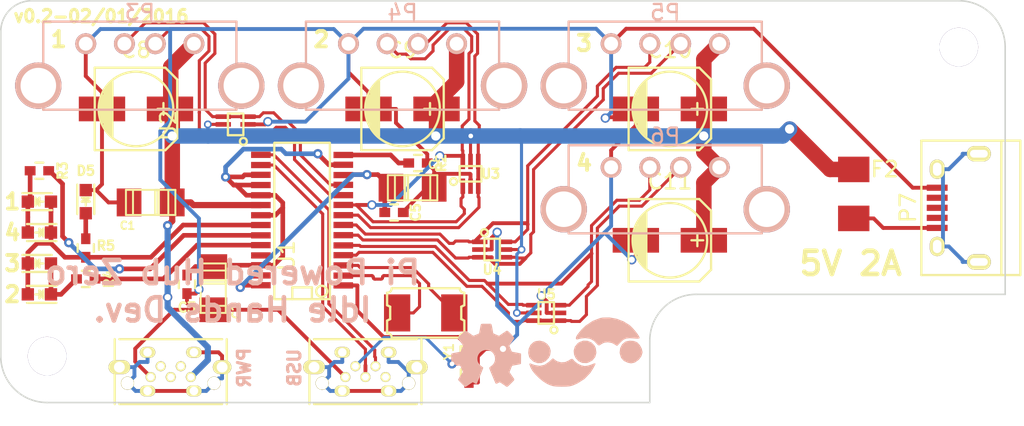
<source format=kicad_pcb>
(kicad_pcb (version 20171130) (host pcbnew "(5.1.12)-1")

  (general
    (thickness 1.6)
    (drawings 25)
    (tracks 570)
    (zones 0)
    (modules 37)
    (nets 38)
  )

  (page A4)
  (layers
    (0 F.Cu signal)
    (31 B.Cu signal)
    (32 B.Adhes user hide)
    (33 F.Adhes user hide)
    (34 B.Paste user hide)
    (35 F.Paste user hide)
    (36 B.SilkS user hide)
    (37 F.SilkS user hide)
    (38 B.Mask user hide)
    (39 F.Mask user hide)
    (40 Dwgs.User user hide)
    (41 Cmts.User user hide)
    (42 Eco1.User user hide)
    (43 Eco2.User user hide)
    (44 Edge.Cuts user)
    (45 Margin user hide)
    (46 B.CrtYd user hide)
    (47 F.CrtYd user hide)
    (48 B.Fab user hide)
    (49 F.Fab user hide)
  )

  (setup
    (last_trace_width 0.25)
    (user_trace_width 0.2)
    (user_trace_width 0.3)
    (user_trace_width 0.4)
    (user_trace_width 0.6)
    (user_trace_width 0.8)
    (user_trace_width 1)
    (trace_clearance 0.15)
    (zone_clearance 0.13)
    (zone_45_only no)
    (trace_min 0.2)
    (via_size 0.6)
    (via_drill 0.4)
    (via_min_size 0.4)
    (via_min_drill 0.3)
    (user_via 0.5 0.3)
    (user_via 0.6 0.3)
    (user_via 0.89 0.6)
    (uvia_size 0.3)
    (uvia_drill 0.1)
    (uvias_allowed no)
    (uvia_min_size 0.2)
    (uvia_min_drill 0.1)
    (edge_width 0.1)
    (segment_width 0.2)
    (pcb_text_width 0.3)
    (pcb_text_size 1.5 1.5)
    (mod_edge_width 0.15)
    (mod_text_size 1 1)
    (mod_text_width 0.15)
    (pad_size 1.2 0.9)
    (pad_drill 0.7)
    (pad_to_mask_clearance 0)
    (aux_axis_origin 100 100)
    (grid_origin 100 100)
    (visible_elements 7FFFFF7F)
    (pcbplotparams
      (layerselection 0x010f0_80000001)
      (usegerberextensions false)
      (usegerberattributes true)
      (usegerberadvancedattributes true)
      (creategerberjobfile true)
      (excludeedgelayer true)
      (linewidth 0.100000)
      (plotframeref false)
      (viasonmask false)
      (mode 1)
      (useauxorigin false)
      (hpglpennumber 1)
      (hpglpenspeed 20)
      (hpglpendiameter 15.000000)
      (psnegative false)
      (psa4output false)
      (plotreference true)
      (plotvalue true)
      (plotinvisibletext false)
      (padsonsilk false)
      (subtractmaskfromsilk false)
      (outputformat 1)
      (mirror false)
      (drillshape 0)
      (scaleselection 1)
      (outputdirectory "gerber/"))
  )

  (net 0 "")
  (net 1 +5V)
  (net 2 GND)
  (net 3 +3V3)
  (net 4 "Net-(C4-Pad1)")
  (net 5 "Net-(D1-Pad2)")
  (net 6 "Net-(D1-Pad1)")
  (net 7 "Net-(D5-Pad2)")
  (net 8 "Net-(P1-Pad6)")
  (net 9 "Net-(P1-Pad3)")
  (net 10 "Net-(P1-Pad2)")
  (net 11 "Net-(P1-Pad4)")
  (net 12 "Net-(P2-Pad6)")
  (net 13 "Net-(P2-Pad1)")
  (net 14 "Net-(P2-Pad3)")
  (net 15 "Net-(P2-Pad2)")
  (net 16 "Net-(P2-Pad4)")
  (net 17 "Net-(R2-Pad1)")
  (net 18 "Net-(R3-Pad2)")
  (net 19 "Net-(R4-Pad2)")
  (net 20 "Net-(U1-Pad25)")
  (net 21 "Net-(U1-Pad27)")
  (net 22 /X-)
  (net 23 /X+)
  (net 24 "Net-(F2-Pad1)")
  (net 25 "Net-(P7-Pad2)")
  (net 26 "Net-(P7-Pad3)")
  (net 27 "Net-(P7-Pad4)")
  (net 28 "Net-(P7-Pad6)")
  (net 29 /D1-)
  (net 30 /D1+)
  (net 31 /D2-)
  (net 32 /D2+)
  (net 33 /D3-)
  (net 34 /D3+)
  (net 35 /D4-)
  (net 36 /D4+)
  (net 37 "Net-(D3-Pad2)")

  (net_class Default "This is the default net class."
    (clearance 0.15)
    (trace_width 0.25)
    (via_dia 0.6)
    (via_drill 0.4)
    (uvia_dia 0.3)
    (uvia_drill 0.1)
    (add_net +3V3)
    (add_net +5V)
    (add_net /D1+)
    (add_net /D1-)
    (add_net /D2+)
    (add_net /D2-)
    (add_net /D3+)
    (add_net /D3-)
    (add_net /D4+)
    (add_net /D4-)
    (add_net /X+)
    (add_net /X-)
    (add_net GND)
    (add_net "Net-(C4-Pad1)")
    (add_net "Net-(D1-Pad1)")
    (add_net "Net-(D1-Pad2)")
    (add_net "Net-(D3-Pad2)")
    (add_net "Net-(D5-Pad2)")
    (add_net "Net-(F2-Pad1)")
    (add_net "Net-(P1-Pad2)")
    (add_net "Net-(P1-Pad3)")
    (add_net "Net-(P1-Pad4)")
    (add_net "Net-(P1-Pad6)")
    (add_net "Net-(P2-Pad1)")
    (add_net "Net-(P2-Pad2)")
    (add_net "Net-(P2-Pad3)")
    (add_net "Net-(P2-Pad4)")
    (add_net "Net-(P2-Pad6)")
    (add_net "Net-(P7-Pad2)")
    (add_net "Net-(P7-Pad3)")
    (add_net "Net-(P7-Pad4)")
    (add_net "Net-(P7-Pad6)")
    (add_net "Net-(R2-Pad1)")
    (add_net "Net-(R3-Pad2)")
    (add_net "Net-(R4-Pad2)")
    (add_net "Net-(U1-Pad25)")
    (add_net "Net-(U1-Pad27)")
  )

  (module Fuse_Holders_and_Fuses:Fuse_SMD1206_Wave (layer F.Cu) (tedit 56AF8294) (tstamp 5697DDFB)
    (at 155.2 86.5 90)
    (descr "Fuse, Sicherung, SMD1206, Littlefuse-Wickmann 433 Series, Wave,")
    (tags "Fuse, Sicherung, SMD1206,  Littlefuse-Wickmann 433 Series, Wave,")
    (path /56985723)
    (attr smd)
    (fp_text reference F2 (at 1.6 2) (layer F.SilkS)
      (effects (font (size 1 1) (thickness 0.15)))
    )
    (fp_text value 2A (at 3.1 0.1 180) (layer F.Fab)
      (effects (font (size 1 1) (thickness 0.15)))
    )
    (pad 1 smd rect (at -1.58496 0 180) (size 2.02946 1.651) (layers F.Cu F.Paste F.Mask)
      (net 24 "Net-(F2-Pad1)"))
    (pad 2 smd rect (at 1.58496 0 180) (size 2.02946 1.651) (layers F.Cu F.Paste F.Mask)
      (net 1 +5V))
  )

  (module project_footprints:crystal_smd_5x3.2mm (layer F.Cu) (tedit 56942EBD) (tstamp 56941886)
    (at 127.5 94.2)
    (descr "5x3.2mm SMD glass Crystal")
    (path /5694110B)
    (fp_text reference Y1 (at 1.5 2.5 90) (layer F.SilkS)
      (effects (font (size 0.6 0.6) (thickness 0.125)))
    )
    (fp_text value Crystal_Small (at 0 2.1) (layer F.SilkS) hide
      (effects (font (size 0.5 0.5) (thickness 0.125)))
    )
    (fp_line (start -2.3 0.4) (end -2.3 -0.4) (layer F.SilkS) (width 0.15))
    (fp_line (start -2.5 -0.5) (end -2.3 -0.4) (layer F.SilkS) (width 0.15))
    (fp_line (start -2.5 0.5) (end -2.3 0.4) (layer F.SilkS) (width 0.15))
    (fp_line (start -2.5 1.3) (end -2.5 0.5) (layer F.SilkS) (width 0.15))
    (fp_line (start -2.2 1.6) (end 2.2 1.6) (layer F.SilkS) (width 0.15))
    (fp_line (start 2.5 1.3) (end 2.5 0.5) (layer F.SilkS) (width 0.15))
    (fp_line (start 2.3 -0.4) (end 2.5 -0.5) (layer F.SilkS) (width 0.15))
    (fp_line (start 2.3 0.4) (end 2.5 0.5) (layer F.SilkS) (width 0.15))
    (fp_line (start 2.3 0.4) (end 2.3 -0.4) (layer F.SilkS) (width 0.15))
    (fp_line (start 2.5 -0.5) (end 2.5 -1.3) (layer F.SilkS) (width 0.15))
    (fp_line (start -2.5 -0.5) (end -2.5 -1.3) (layer F.SilkS) (width 0.15))
    (fp_line (start -2.2 -1.6) (end 2.2 -1.6) (layer F.SilkS) (width 0.15))
    (fp_arc (start 2.5 -1.6) (end 2.5 -1.3) (angle 90) (layer F.SilkS) (width 0.15))
    (fp_arc (start -2.5 -1.6) (end -2.2 -1.6) (angle 90) (layer F.SilkS) (width 0.15))
    (fp_arc (start 2.5 1.6) (end 2.2 1.6) (angle 90) (layer F.SilkS) (width 0.15))
    (fp_arc (start -2.5 1.6) (end -2.5 1.3) (angle 90) (layer F.SilkS) (width 0.15))
    (pad 1 smd rect (at -1.85 0) (size 1.7 2.4) (layers F.Cu F.Paste F.Mask)
      (net 22 /X-) (solder_mask_margin 0.06858))
    (pad 2 smd rect (at 1.85 0) (size 1.7 2.4) (layers F.Cu F.Paste F.Mask)
      (net 23 /X+) (solder_mask_margin 0.06858))
    (model walter/crystal/crystal_smd_5x3.2mm.wrl
      (at (xyz 0 0 0))
      (scale (xyz 1 1 1))
      (rotate (xyz 0 0 0))
    )
  )

  (module project_footprint:C_0402_Hand (layer F.Cu) (tedit 5) (tstamp 569417C7)
    (at 112.05 92.35 270)
    (descr "Resistor SMD 0402, reflow soldering, Vishay (see dcrcw.pdf)")
    (tags "resistor 0402")
    (path /56947D1E)
    (attr smd)
    (fp_text reference C3 (at 1.5 0) (layer F.SilkS)
      (effects (font (size 0.6 0.6) (thickness 0.15)))
    )
    (fp_text value 0.1uF (at 0 1.8 270) (layer F.Fab) hide
      (effects (font (size 1 1) (thickness 0.15)))
    )
    (fp_line (start -0.25 0.525) (end 0.25 0.525) (layer F.SilkS) (width 0.15))
    (fp_line (start 0.25 -0.525) (end -0.25 -0.525) (layer F.SilkS) (width 0.15))
    (fp_line (start 0.95 -0.65) (end 0.95 0.65) (layer F.CrtYd) (width 0.05))
    (fp_line (start -0.95 -0.65) (end -0.95 0.65) (layer F.CrtYd) (width 0.05))
    (fp_line (start -0.95 0.65) (end 0.95 0.65) (layer F.CrtYd) (width 0.05))
    (fp_line (start -0.95 -0.65) (end 0.95 -0.65) (layer F.CrtYd) (width 0.05))
    (pad 1 smd rect (at -0.6 0 270) (size 0.7 0.6) (layers F.Cu F.Paste F.Mask)
      (net 3 +3V3))
    (pad 2 smd rect (at 0.6 0 270) (size 0.7 0.6) (layers F.Cu F.Paste F.Mask)
      (net 2 GND))
    (model Resistors_SMD.3dshapes/R_0402.wrl
      (at (xyz 0 0 0))
      (scale (xyz 1 1 1))
      (rotate (xyz 0 0 0))
    )
  )

  (module project_footprint:C_0402_Hand (layer F.Cu) (tedit 56942E5D) (tstamp 569417D3)
    (at 125.45 87.7)
    (descr "Resistor SMD 0402, reflow soldering, Vishay (see dcrcw.pdf)")
    (tags "resistor 0402")
    (path /56947C03)
    (attr smd)
    (fp_text reference C5 (at 1.4 0 90) (layer F.SilkS)
      (effects (font (size 0.6 0.6) (thickness 0.15)))
    )
    (fp_text value 0.1uF (at 0 1.8) (layer F.Fab) hide
      (effects (font (size 1 1) (thickness 0.15)))
    )
    (fp_line (start -0.25 0.525) (end 0.25 0.525) (layer F.SilkS) (width 0.15))
    (fp_line (start 0.25 -0.525) (end -0.25 -0.525) (layer F.SilkS) (width 0.15))
    (fp_line (start 0.95 -0.65) (end 0.95 0.65) (layer F.CrtYd) (width 0.05))
    (fp_line (start -0.95 -0.65) (end -0.95 0.65) (layer F.CrtYd) (width 0.05))
    (fp_line (start -0.95 0.65) (end 0.95 0.65) (layer F.CrtYd) (width 0.05))
    (fp_line (start -0.95 -0.65) (end 0.95 -0.65) (layer F.CrtYd) (width 0.05))
    (pad 1 smd rect (at -0.6 0) (size 0.7 0.6) (layers F.Cu F.Paste F.Mask)
      (net 4 "Net-(C4-Pad1)"))
    (pad 2 smd rect (at 0.6 0) (size 0.7 0.6) (layers F.Cu F.Paste F.Mask)
      (net 2 GND))
    (model Resistors_SMD.3dshapes/R_0402.wrl
      (at (xyz 0 0 0))
      (scale (xyz 1 1 1))
      (rotate (xyz 0 0 0))
    )
  )

  (module LEDs:LED-0603 (layer F.Cu) (tedit 56B65D50) (tstamp 569417EC)
    (at 102.5 87)
    (descr "LED 0603 smd package")
    (tags "LED led 0603 SMD smd SMT smt smdled SMDLED smtled SMTLED")
    (path /5694A4FC)
    (attr smd)
    (fp_text reference D1 (at -2 0 90) (layer F.SilkS) hide
      (effects (font (size 0.6 0.6) (thickness 0.15)))
    )
    (fp_text value Green (at 0 1.5) (layer F.Fab) hide
      (effects (font (size 1 1) (thickness 0.15)))
    )
    (fp_line (start -1.4 -0.75) (end 1.4 -0.75) (layer F.CrtYd) (width 0.05))
    (fp_line (start -1.4 0.75) (end -1.4 -0.75) (layer F.CrtYd) (width 0.05))
    (fp_line (start 1.4 0.75) (end -1.4 0.75) (layer F.CrtYd) (width 0.05))
    (fp_line (start 1.4 -0.75) (end 1.4 0.75) (layer F.CrtYd) (width 0.05))
    (fp_line (start 0 0.25) (end -0.25 0) (layer F.SilkS) (width 0.15))
    (fp_line (start 0 -0.25) (end 0 0.25) (layer F.SilkS) (width 0.15))
    (fp_line (start -0.25 0) (end 0 -0.25) (layer F.SilkS) (width 0.15))
    (fp_line (start -0.25 -0.25) (end -0.25 0.25) (layer F.SilkS) (width 0.15))
    (fp_line (start -0.2 0) (end 0.25 0) (layer F.SilkS) (width 0.15))
    (fp_line (start -1.1 -0.55) (end 0.8 -0.55) (layer F.SilkS) (width 0.15))
    (fp_line (start -1.1 0.55) (end 0.8 0.55) (layer F.SilkS) (width 0.15))
    (pad 2 smd rect (at 0.7493 0 180) (size 0.79756 0.79756) (layers F.Cu F.Paste F.Mask)
      (net 5 "Net-(D1-Pad2)"))
    (pad 1 smd rect (at -0.7493 0 180) (size 0.79756 0.79756) (layers F.Cu F.Paste F.Mask)
      (net 6 "Net-(D1-Pad1)"))
  )

  (module LEDs:LED-0603 (layer F.Cu) (tedit 56B65D52) (tstamp 569417F2)
    (at 102.5 89 180)
    (descr "LED 0603 smd package")
    (tags "LED led 0603 SMD smd SMT smt smdled SMDLED smtled SMTLED")
    (path /56949E26)
    (attr smd)
    (fp_text reference D2 (at 1.95 0 270) (layer F.SilkS) hide
      (effects (font (size 0.6 0.6) (thickness 0.15)))
    )
    (fp_text value Green (at 0 1.5 180) (layer F.Fab) hide
      (effects (font (size 1 1) (thickness 0.15)))
    )
    (fp_line (start -1.4 -0.75) (end 1.4 -0.75) (layer F.CrtYd) (width 0.05))
    (fp_line (start -1.4 0.75) (end -1.4 -0.75) (layer F.CrtYd) (width 0.05))
    (fp_line (start 1.4 0.75) (end -1.4 0.75) (layer F.CrtYd) (width 0.05))
    (fp_line (start 1.4 -0.75) (end 1.4 0.75) (layer F.CrtYd) (width 0.05))
    (fp_line (start 0 0.25) (end -0.25 0) (layer F.SilkS) (width 0.15))
    (fp_line (start 0 -0.25) (end 0 0.25) (layer F.SilkS) (width 0.15))
    (fp_line (start -0.25 0) (end 0 -0.25) (layer F.SilkS) (width 0.15))
    (fp_line (start -0.25 -0.25) (end -0.25 0.25) (layer F.SilkS) (width 0.15))
    (fp_line (start -0.2 0) (end 0.25 0) (layer F.SilkS) (width 0.15))
    (fp_line (start -1.1 -0.55) (end 0.8 -0.55) (layer F.SilkS) (width 0.15))
    (fp_line (start -1.1 0.55) (end 0.8 0.55) (layer F.SilkS) (width 0.15))
    (pad 2 smd rect (at 0.7493 0) (size 0.79756 0.79756) (layers F.Cu F.Paste F.Mask)
      (net 6 "Net-(D1-Pad1)"))
    (pad 1 smd rect (at -0.7493 0) (size 0.79756 0.79756) (layers F.Cu F.Paste F.Mask)
      (net 5 "Net-(D1-Pad2)"))
  )

  (module LEDs:LED-0603 (layer F.Cu) (tedit 56B65D55) (tstamp 569417F8)
    (at 102.5 91)
    (descr "LED 0603 smd package")
    (tags "LED led 0603 SMD smd SMT smt smdled SMDLED smtled SMTLED")
    (path /56949E99)
    (attr smd)
    (fp_text reference D3 (at -2 0 90) (layer F.SilkS) hide
      (effects (font (size 0.6 0.6) (thickness 0.15)))
    )
    (fp_text value Green (at 0 1.5) (layer F.Fab) hide
      (effects (font (size 1 1) (thickness 0.15)))
    )
    (fp_line (start -1.4 -0.75) (end 1.4 -0.75) (layer F.CrtYd) (width 0.05))
    (fp_line (start -1.4 0.75) (end -1.4 -0.75) (layer F.CrtYd) (width 0.05))
    (fp_line (start 1.4 0.75) (end -1.4 0.75) (layer F.CrtYd) (width 0.05))
    (fp_line (start 1.4 -0.75) (end 1.4 0.75) (layer F.CrtYd) (width 0.05))
    (fp_line (start 0 0.25) (end -0.25 0) (layer F.SilkS) (width 0.15))
    (fp_line (start 0 -0.25) (end 0 0.25) (layer F.SilkS) (width 0.15))
    (fp_line (start -0.25 0) (end 0 -0.25) (layer F.SilkS) (width 0.15))
    (fp_line (start -0.25 -0.25) (end -0.25 0.25) (layer F.SilkS) (width 0.15))
    (fp_line (start -0.2 0) (end 0.25 0) (layer F.SilkS) (width 0.15))
    (fp_line (start -1.1 -0.55) (end 0.8 -0.55) (layer F.SilkS) (width 0.15))
    (fp_line (start -1.1 0.55) (end 0.8 0.55) (layer F.SilkS) (width 0.15))
    (pad 2 smd rect (at 0.7493 0 180) (size 0.79756 0.79756) (layers F.Cu F.Paste F.Mask)
      (net 37 "Net-(D3-Pad2)"))
    (pad 1 smd rect (at -0.7493 0 180) (size 0.79756 0.79756) (layers F.Cu F.Paste F.Mask)
      (net 5 "Net-(D1-Pad2)"))
  )

  (module LEDs:LED-0603 (layer F.Cu) (tedit 56B65D58) (tstamp 569417FE)
    (at 102.5 93 180)
    (descr "LED 0603 smd package")
    (tags "LED led 0603 SMD smd SMT smt smdled SMDLED smtled SMTLED")
    (path /5694A595)
    (attr smd)
    (fp_text reference D4 (at 1.9 0.05 270) (layer F.SilkS) hide
      (effects (font (size 0.6 0.6) (thickness 0.15)))
    )
    (fp_text value Green (at 0 1.5 180) (layer F.Fab) hide
      (effects (font (size 1 1) (thickness 0.15)))
    )
    (fp_line (start -1.4 -0.75) (end 1.4 -0.75) (layer F.CrtYd) (width 0.05))
    (fp_line (start -1.4 0.75) (end -1.4 -0.75) (layer F.CrtYd) (width 0.05))
    (fp_line (start 1.4 0.75) (end -1.4 0.75) (layer F.CrtYd) (width 0.05))
    (fp_line (start 1.4 -0.75) (end 1.4 0.75) (layer F.CrtYd) (width 0.05))
    (fp_line (start 0 0.25) (end -0.25 0) (layer F.SilkS) (width 0.15))
    (fp_line (start 0 -0.25) (end 0 0.25) (layer F.SilkS) (width 0.15))
    (fp_line (start -0.25 0) (end 0 -0.25) (layer F.SilkS) (width 0.15))
    (fp_line (start -0.25 -0.25) (end -0.25 0.25) (layer F.SilkS) (width 0.15))
    (fp_line (start -0.2 0) (end 0.25 0) (layer F.SilkS) (width 0.15))
    (fp_line (start -1.1 -0.55) (end 0.8 -0.55) (layer F.SilkS) (width 0.15))
    (fp_line (start -1.1 0.55) (end 0.8 0.55) (layer F.SilkS) (width 0.15))
    (pad 2 smd rect (at 0.7493 0) (size 0.79756 0.79756) (layers F.Cu F.Paste F.Mask)
      (net 5 "Net-(D1-Pad2)"))
    (pad 1 smd rect (at -0.7493 0) (size 0.79756 0.79756) (layers F.Cu F.Paste F.Mask)
      (net 37 "Net-(D3-Pad2)"))
  )

  (module LEDs:LED-0603 (layer F.Cu) (tedit 7FFFFFFF) (tstamp 56941804)
    (at 105.5 87 270)
    (descr "LED 0603 smd package")
    (tags "LED led 0603 SMD smd SMT smt smdled SMDLED smtled SMTLED")
    (path /56949F8A)
    (attr smd)
    (fp_text reference D5 (at -2 0) (layer F.SilkS)
      (effects (font (size 0.6 0.6) (thickness 0.15)))
    )
    (fp_text value Red (at 0 1.5 270) (layer F.Fab) hide
      (effects (font (size 1 1) (thickness 0.15)))
    )
    (fp_line (start -1.4 -0.75) (end 1.4 -0.75) (layer F.CrtYd) (width 0.05))
    (fp_line (start -1.4 0.75) (end -1.4 -0.75) (layer F.CrtYd) (width 0.05))
    (fp_line (start 1.4 0.75) (end -1.4 0.75) (layer F.CrtYd) (width 0.05))
    (fp_line (start 1.4 -0.75) (end 1.4 0.75) (layer F.CrtYd) (width 0.05))
    (fp_line (start 0 0.25) (end -0.25 0) (layer F.SilkS) (width 0.15))
    (fp_line (start 0 -0.25) (end 0 0.25) (layer F.SilkS) (width 0.15))
    (fp_line (start -0.25 0) (end 0 -0.25) (layer F.SilkS) (width 0.15))
    (fp_line (start -0.25 -0.25) (end -0.25 0.25) (layer F.SilkS) (width 0.15))
    (fp_line (start -0.2 0) (end 0.25 0) (layer F.SilkS) (width 0.15))
    (fp_line (start -1.1 -0.55) (end 0.8 -0.55) (layer F.SilkS) (width 0.15))
    (fp_line (start -1.1 0.55) (end 0.8 0.55) (layer F.SilkS) (width 0.15))
    (pad 2 smd rect (at 0.7493 0 90) (size 0.79756 0.79756) (layers F.Cu F.Paste F.Mask)
      (net 7 "Net-(D5-Pad2)"))
    (pad 1 smd rect (at -0.7493 0 90) (size 0.79756 0.79756) (layers F.Cu F.Paste F.Mask)
      (net 2 GND))
  )

  (module project_footprints:USB_A_Vert (layer B.Cu) (tedit 56690462) (tstamp 56941824)
    (at 109 81 180)
    (descr "Micro USB Type B Receptacle")
    (tags "USB USB_B USB_micro USB_OTG")
    (path /56941ED8)
    (attr smd)
    (fp_text reference P3 (at 0 6.25 180) (layer B.SilkS)
      (effects (font (size 1 1) (thickness 0.15)) (justify mirror))
    )
    (fp_text value USB_B (at 0 2 180) (layer B.Fab)
      (effects (font (size 1 1) (thickness 0.15)) (justify mirror))
    )
    (fp_line (start -6.25 -0.05) (end -6.25 5.65) (layer B.SilkS) (width 0.15))
    (fp_line (start 6.25 -0.05) (end -6.25 -0.05) (layer B.SilkS) (width 0.15))
    (fp_line (start -4.6 5.6) (end 4.6 5.6) (layer B.CrtYd) (width 0.05))
    (fp_line (start 6.25 -0.05) (end 6.25 5.65) (layer B.SilkS) (width 0.15))
    (fp_line (start 6.25 5.65) (end -6.25 5.65) (layer B.SilkS) (width 0.15))
    (pad 4 thru_hole circle (at 3.5 4.22 90) (size 1.35 1.35) (drill 0.9) (layers *.Cu *.Mask B.SilkS)
      (net 2 GND))
    (pad 1 thru_hole circle (at -3.5 4.22 90) (size 1.35 1.35) (drill 0.9) (layers *.Cu *.Mask B.SilkS)
      (net 1 +5V))
    (pad 2 thru_hole circle (at -1 4.22 90) (size 1.35 1.35) (drill 0.9) (layers *.Cu *.Mask B.SilkS)
      (net 29 /D1-))
    (pad 6 thru_hole circle (at 6.57 1.51 90) (size 3 3) (drill 2.3) (layers *.Cu *.Mask B.SilkS))
    (pad 3 thru_hole circle (at 1 4.22 90) (size 1.35 1.35) (drill 0.9) (layers *.Cu *.Mask B.SilkS)
      (net 30 /D1+))
    (pad 6 thru_hole circle (at -6.57 1.51 90) (size 3 3) (drill 2.3) (layers *.Cu *.Mask B.SilkS))
  )

  (module project_footprints:USB_A_Vert (layer B.Cu) (tedit 56690462) (tstamp 5694182E)
    (at 126 81 180)
    (descr "Micro USB Type B Receptacle")
    (tags "USB USB_B USB_micro USB_OTG")
    (path /5694207D)
    (attr smd)
    (fp_text reference P4 (at 0 6.25 180) (layer B.SilkS)
      (effects (font (size 1 1) (thickness 0.15)) (justify mirror))
    )
    (fp_text value USB_B (at -2.5 2 180) (layer B.Fab)
      (effects (font (size 1 1) (thickness 0.15)) (justify mirror))
    )
    (fp_line (start -6.25 -0.05) (end -6.25 5.65) (layer B.SilkS) (width 0.15))
    (fp_line (start 6.25 -0.05) (end -6.25 -0.05) (layer B.SilkS) (width 0.15))
    (fp_line (start -4.6 5.6) (end 4.6 5.6) (layer B.CrtYd) (width 0.05))
    (fp_line (start 6.25 -0.05) (end 6.25 5.65) (layer B.SilkS) (width 0.15))
    (fp_line (start 6.25 5.65) (end -6.25 5.65) (layer B.SilkS) (width 0.15))
    (pad 4 thru_hole circle (at 3.5 4.22 90) (size 1.35 1.35) (drill 0.9) (layers *.Cu *.Mask B.SilkS)
      (net 2 GND))
    (pad 1 thru_hole circle (at -3.5 4.22 90) (size 1.35 1.35) (drill 0.9) (layers *.Cu *.Mask B.SilkS)
      (net 1 +5V))
    (pad 2 thru_hole circle (at -1 4.22 90) (size 1.35 1.35) (drill 0.9) (layers *.Cu *.Mask B.SilkS)
      (net 31 /D2-))
    (pad 6 thru_hole circle (at 6.57 1.51 90) (size 3 3) (drill 2.3) (layers *.Cu *.Mask B.SilkS))
    (pad 3 thru_hole circle (at 1 4.22 90) (size 1.35 1.35) (drill 0.9) (layers *.Cu *.Mask B.SilkS)
      (net 32 /D2+))
    (pad 6 thru_hole circle (at -6.57 1.51 90) (size 3 3) (drill 2.3) (layers *.Cu *.Mask B.SilkS))
  )

  (module project_footprints:USB_A_Vert (layer B.Cu) (tedit 56690462) (tstamp 56941838)
    (at 143 81 180)
    (descr "Micro USB Type B Receptacle")
    (tags "USB USB_B USB_micro USB_OTG")
    (path /569420C4)
    (attr smd)
    (fp_text reference P5 (at 0 6.25 180) (layer B.SilkS)
      (effects (font (size 1 1) (thickness 0.15)) (justify mirror))
    )
    (fp_text value USB_B (at 0 0.5 180) (layer B.Fab)
      (effects (font (size 1 1) (thickness 0.15)) (justify mirror))
    )
    (fp_line (start -6.25 -0.05) (end -6.25 5.65) (layer B.SilkS) (width 0.15))
    (fp_line (start 6.25 -0.05) (end -6.25 -0.05) (layer B.SilkS) (width 0.15))
    (fp_line (start -4.6 5.6) (end 4.6 5.6) (layer B.CrtYd) (width 0.05))
    (fp_line (start 6.25 -0.05) (end 6.25 5.65) (layer B.SilkS) (width 0.15))
    (fp_line (start 6.25 5.65) (end -6.25 5.65) (layer B.SilkS) (width 0.15))
    (pad 4 thru_hole circle (at 3.5 4.22 90) (size 1.35 1.35) (drill 0.9) (layers *.Cu *.Mask B.SilkS)
      (net 2 GND))
    (pad 1 thru_hole circle (at -3.5 4.22 90) (size 1.35 1.35) (drill 0.9) (layers *.Cu *.Mask B.SilkS)
      (net 1 +5V))
    (pad 2 thru_hole circle (at -1 4.22 90) (size 1.35 1.35) (drill 0.9) (layers *.Cu *.Mask B.SilkS)
      (net 33 /D3-))
    (pad 6 thru_hole circle (at 6.57 1.51 90) (size 3 3) (drill 2.3) (layers *.Cu *.Mask B.SilkS))
    (pad 3 thru_hole circle (at 1 4.22 90) (size 1.35 1.35) (drill 0.9) (layers *.Cu *.Mask B.SilkS)
      (net 34 /D3+))
    (pad 6 thru_hole circle (at -6.57 1.51 90) (size 3 3) (drill 2.3) (layers *.Cu *.Mask B.SilkS))
  )

  (module project_footprints:USB_A_Vert (layer B.Cu) (tedit 56690462) (tstamp 56941842)
    (at 143 89 180)
    (descr "Micro USB Type B Receptacle")
    (tags "USB USB_B USB_micro USB_OTG")
    (path /5694217C)
    (attr smd)
    (fp_text reference P6 (at 0 6.25 180) (layer B.SilkS)
      (effects (font (size 1 1) (thickness 0.15)) (justify mirror))
    )
    (fp_text value USB_B (at 0 1.5 180) (layer B.Fab)
      (effects (font (size 1 1) (thickness 0.15)) (justify mirror))
    )
    (fp_line (start -6.25 -0.05) (end -6.25 5.65) (layer B.SilkS) (width 0.15))
    (fp_line (start 6.25 -0.05) (end -6.25 -0.05) (layer B.SilkS) (width 0.15))
    (fp_line (start -4.6 5.6) (end 4.6 5.6) (layer B.CrtYd) (width 0.05))
    (fp_line (start 6.25 -0.05) (end 6.25 5.65) (layer B.SilkS) (width 0.15))
    (fp_line (start 6.25 5.65) (end -6.25 5.65) (layer B.SilkS) (width 0.15))
    (pad 4 thru_hole circle (at 3.5 4.22 90) (size 1.35 1.35) (drill 0.9) (layers *.Cu *.Mask B.SilkS)
      (net 2 GND))
    (pad 1 thru_hole circle (at -3.5 4.22 90) (size 1.35 1.35) (drill 0.9) (layers *.Cu *.Mask B.SilkS)
      (net 1 +5V))
    (pad 2 thru_hole circle (at -1 4.22 90) (size 1.35 1.35) (drill 0.9) (layers *.Cu *.Mask B.SilkS)
      (net 35 /D4-))
    (pad 6 thru_hole circle (at 6.57 1.51 90) (size 3 3) (drill 2.3) (layers *.Cu *.Mask B.SilkS))
    (pad 3 thru_hole circle (at 1 4.22 90) (size 1.35 1.35) (drill 0.9) (layers *.Cu *.Mask B.SilkS)
      (net 36 /D4+))
    (pad 6 thru_hole circle (at -6.57 1.51 90) (size 3 3) (drill 2.3) (layers *.Cu *.Mask B.SilkS))
  )

  (module project_footprints:R_0402_Hand (layer F.Cu) (tedit 56942E8E) (tstamp 5694184E)
    (at 127 84.5)
    (descr "Resistor SMD 0402, reflow soldering, Vishay (see dcrcw.pdf)")
    (tags "resistor 0402")
    (path /56944782)
    (attr smd)
    (fp_text reference R2 (at 1.5 0 90) (layer F.SilkS)
      (effects (font (size 0.6 0.6) (thickness 0.15)))
    )
    (fp_text value 2.7k (at 0 1.8) (layer F.Fab) hide
      (effects (font (size 1 1) (thickness 0.15)))
    )
    (fp_line (start -0.25 0.525) (end 0.25 0.525) (layer F.SilkS) (width 0.15))
    (fp_line (start 0.25 -0.525) (end -0.25 -0.525) (layer F.SilkS) (width 0.15))
    (fp_line (start 0.95 -0.65) (end 0.95 0.65) (layer F.CrtYd) (width 0.05))
    (fp_line (start -0.95 -0.65) (end -0.95 0.65) (layer F.CrtYd) (width 0.05))
    (fp_line (start -0.95 0.65) (end 0.95 0.65) (layer F.CrtYd) (width 0.05))
    (fp_line (start -0.95 -0.65) (end 0.95 -0.65) (layer F.CrtYd) (width 0.05))
    (pad 1 smd rect (at -0.6 0) (size 0.7 0.6) (layers F.Cu F.Paste F.Mask)
      (net 17 "Net-(R2-Pad1)"))
    (pad 2 smd rect (at 0.6 0) (size 0.7 0.6) (layers F.Cu F.Paste F.Mask)
      (net 2 GND))
    (model Resistors_SMD.3dshapes/R_0402.wrl
      (at (xyz 0 0 0))
      (scale (xyz 1 1 1))
      (rotate (xyz 0 0 0))
    )
  )

  (module project_footprints:R_0402_Hand (layer F.Cu) (tedit 5) (tstamp 56941854)
    (at 102.5 85)
    (descr "Resistor SMD 0402, reflow soldering, Vishay (see dcrcw.pdf)")
    (tags "resistor 0402")
    (path /56949954)
    (attr smd)
    (fp_text reference R3 (at 1.5 0 90) (layer F.SilkS)
      (effects (font (size 0.6 0.6) (thickness 0.15)))
    )
    (fp_text value 1k (at 0 1.8) (layer F.Fab) hide
      (effects (font (size 1 1) (thickness 0.15)))
    )
    (fp_line (start -0.25 0.525) (end 0.25 0.525) (layer F.SilkS) (width 0.15))
    (fp_line (start 0.25 -0.525) (end -0.25 -0.525) (layer F.SilkS) (width 0.15))
    (fp_line (start 0.95 -0.65) (end 0.95 0.65) (layer F.CrtYd) (width 0.05))
    (fp_line (start -0.95 -0.65) (end -0.95 0.65) (layer F.CrtYd) (width 0.05))
    (fp_line (start -0.95 0.65) (end 0.95 0.65) (layer F.CrtYd) (width 0.05))
    (fp_line (start -0.95 -0.65) (end 0.95 -0.65) (layer F.CrtYd) (width 0.05))
    (pad 1 smd rect (at -0.6 0) (size 0.7 0.6) (layers F.Cu F.Paste F.Mask)
      (net 6 "Net-(D1-Pad1)"))
    (pad 2 smd rect (at 0.6 0) (size 0.7 0.6) (layers F.Cu F.Paste F.Mask)
      (net 18 "Net-(R3-Pad2)"))
    (model Resistors_SMD.3dshapes/R_0402.wrl
      (at (xyz 0 0 0))
      (scale (xyz 1 1 1))
      (rotate (xyz 0 0 0))
    )
  )

  (module project_footprints:R_0402_Hand (layer F.Cu) (tedit 5) (tstamp 5694185A)
    (at 105.5 92)
    (descr "Resistor SMD 0402, reflow soldering, Vishay (see dcrcw.pdf)")
    (tags "resistor 0402")
    (path /56949B9C)
    (attr smd)
    (fp_text reference R4 (at 1.5 0 90) (layer F.SilkS)
      (effects (font (size 0.6 0.6) (thickness 0.15)))
    )
    (fp_text value 1k (at 0 1.8) (layer F.Fab) hide
      (effects (font (size 1 1) (thickness 0.15)))
    )
    (fp_line (start -0.25 0.525) (end 0.25 0.525) (layer F.SilkS) (width 0.15))
    (fp_line (start 0.25 -0.525) (end -0.25 -0.525) (layer F.SilkS) (width 0.15))
    (fp_line (start 0.95 -0.65) (end 0.95 0.65) (layer F.CrtYd) (width 0.05))
    (fp_line (start -0.95 -0.65) (end -0.95 0.65) (layer F.CrtYd) (width 0.05))
    (fp_line (start -0.95 0.65) (end 0.95 0.65) (layer F.CrtYd) (width 0.05))
    (fp_line (start -0.95 -0.65) (end 0.95 -0.65) (layer F.CrtYd) (width 0.05))
    (pad 1 smd rect (at -0.6 0) (size 0.7 0.6) (layers F.Cu F.Paste F.Mask)
      (net 37 "Net-(D3-Pad2)"))
    (pad 2 smd rect (at 0.6 0) (size 0.7 0.6) (layers F.Cu F.Paste F.Mask)
      (net 19 "Net-(R4-Pad2)"))
    (model Resistors_SMD.3dshapes/R_0402.wrl
      (at (xyz 0 0 0))
      (scale (xyz 1 1 1))
      (rotate (xyz 0 0 0))
    )
  )

  (module project_footprints:R_0402_Hand (layer F.Cu) (tedit 5) (tstamp 56941860)
    (at 105.5 90 270)
    (descr "Resistor SMD 0402, reflow soldering, Vishay (see dcrcw.pdf)")
    (tags "resistor 0402")
    (path /56949EDC)
    (attr smd)
    (fp_text reference R5 (at -0.15 -1.3) (layer F.SilkS)
      (effects (font (size 0.6 0.6) (thickness 0.15)))
    )
    (fp_text value 1k (at 0 1.8 270) (layer F.Fab) hide
      (effects (font (size 1 1) (thickness 0.15)))
    )
    (fp_line (start -0.25 0.525) (end 0.25 0.525) (layer F.SilkS) (width 0.15))
    (fp_line (start 0.25 -0.525) (end -0.25 -0.525) (layer F.SilkS) (width 0.15))
    (fp_line (start 0.95 -0.65) (end 0.95 0.65) (layer F.CrtYd) (width 0.05))
    (fp_line (start -0.95 -0.65) (end -0.95 0.65) (layer F.CrtYd) (width 0.05))
    (fp_line (start -0.95 0.65) (end 0.95 0.65) (layer F.CrtYd) (width 0.05))
    (fp_line (start -0.95 -0.65) (end 0.95 -0.65) (layer F.CrtYd) (width 0.05))
    (pad 1 smd rect (at -0.6 0 270) (size 0.7 0.6) (layers F.Cu F.Paste F.Mask)
      (net 7 "Net-(D5-Pad2)"))
    (pad 2 smd rect (at 0.6 0 270) (size 0.7 0.6) (layers F.Cu F.Paste F.Mask)
      (net 5 "Net-(D1-Pad2)"))
    (model Resistors_SMD.3dshapes/R_0402.wrl
      (at (xyz 0 0 0))
      (scale (xyz 1 1 1))
      (rotate (xyz 0 0 0))
    )
  )

  (module Capacitors_SMD:c_elec_5x5.3 (layer F.Cu) (tedit 0) (tstamp 5697DDE3)
    (at 126 81)
    (descr "SMT capacitor, aluminium electrolytic, 5x5.3")
    (path /5697EAD6)
    (attr smd)
    (fp_text reference C9 (at 0 -3.81) (layer F.SilkS)
      (effects (font (size 1 1) (thickness 0.15)))
    )
    (fp_text value 100uF (at 0 3.81) (layer F.Fab) hide
      (effects (font (size 1 1) (thickness 0.15)))
    )
    (fp_circle (center 0 0) (end -2.413 0) (layer F.SilkS) (width 0.15))
    (fp_line (start 1.778 -0.381) (end 1.778 0.381) (layer F.SilkS) (width 0.15))
    (fp_line (start 2.159 0) (end 1.397 0) (layer F.SilkS) (width 0.15))
    (fp_line (start -2.667 2.667) (end -2.667 -2.667) (layer F.SilkS) (width 0.15))
    (fp_line (start 1.905 2.667) (end -2.667 2.667) (layer F.SilkS) (width 0.15))
    (fp_line (start 2.667 1.905) (end 1.905 2.667) (layer F.SilkS) (width 0.15))
    (fp_line (start 2.667 -1.905) (end 2.667 1.905) (layer F.SilkS) (width 0.15))
    (fp_line (start 1.905 -2.667) (end 2.667 -1.905) (layer F.SilkS) (width 0.15))
    (fp_line (start -2.667 -2.667) (end 1.905 -2.667) (layer F.SilkS) (width 0.15))
    (fp_line (start -1.524 -1.778) (end -1.524 1.778) (layer F.SilkS) (width 0.15))
    (fp_line (start -1.651 1.651) (end -1.651 -1.651) (layer F.SilkS) (width 0.15))
    (fp_line (start -1.778 -1.524) (end -1.778 1.524) (layer F.SilkS) (width 0.15))
    (fp_line (start -1.905 1.397) (end -1.905 -1.397) (layer F.SilkS) (width 0.15))
    (fp_line (start -2.032 -1.27) (end -2.032 1.27) (layer F.SilkS) (width 0.15))
    (fp_line (start -2.159 -0.889) (end -2.159 0.889) (layer F.SilkS) (width 0.15))
    (fp_line (start -2.286 -0.635) (end -2.286 0.762) (layer F.SilkS) (width 0.15))
    (fp_line (start -3.95 3) (end -3.95 -3) (layer F.CrtYd) (width 0.05))
    (fp_line (start 3.95 3) (end -3.95 3) (layer F.CrtYd) (width 0.05))
    (fp_line (start 3.95 -3) (end 3.95 3) (layer F.CrtYd) (width 0.05))
    (fp_line (start -3.95 -3) (end 3.95 -3) (layer F.CrtYd) (width 0.05))
    (pad 1 smd rect (at 2.19964 0) (size 2.99974 1.6002) (layers F.Cu F.Paste F.Mask)
      (net 1 +5V))
    (pad 2 smd rect (at -2.19964 0) (size 2.99974 1.6002) (layers F.Cu F.Paste F.Mask)
      (net 2 GND))
    (model Capacitors_SMD.3dshapes/c_elec_5x5.3.wrl
      (at (xyz 0 0 0))
      (scale (xyz 1 1 1))
      (rotate (xyz 0 0 0))
    )
  )

  (module Capacitors_SMD:c_elec_5x5.3 (layer F.Cu) (tedit 0) (tstamp 5697DDE9)
    (at 143.3 81)
    (descr "SMT capacitor, aluminium electrolytic, 5x5.3")
    (path /5697EE24)
    (attr smd)
    (fp_text reference C10 (at 0 -3.81) (layer F.SilkS)
      (effects (font (size 1 1) (thickness 0.15)))
    )
    (fp_text value 100uF (at 0 3.81) (layer F.Fab) hide
      (effects (font (size 1 1) (thickness 0.15)))
    )
    (fp_circle (center 0 0) (end -2.413 0) (layer F.SilkS) (width 0.15))
    (fp_line (start 1.778 -0.381) (end 1.778 0.381) (layer F.SilkS) (width 0.15))
    (fp_line (start 2.159 0) (end 1.397 0) (layer F.SilkS) (width 0.15))
    (fp_line (start -2.667 2.667) (end -2.667 -2.667) (layer F.SilkS) (width 0.15))
    (fp_line (start 1.905 2.667) (end -2.667 2.667) (layer F.SilkS) (width 0.15))
    (fp_line (start 2.667 1.905) (end 1.905 2.667) (layer F.SilkS) (width 0.15))
    (fp_line (start 2.667 -1.905) (end 2.667 1.905) (layer F.SilkS) (width 0.15))
    (fp_line (start 1.905 -2.667) (end 2.667 -1.905) (layer F.SilkS) (width 0.15))
    (fp_line (start -2.667 -2.667) (end 1.905 -2.667) (layer F.SilkS) (width 0.15))
    (fp_line (start -1.524 -1.778) (end -1.524 1.778) (layer F.SilkS) (width 0.15))
    (fp_line (start -1.651 1.651) (end -1.651 -1.651) (layer F.SilkS) (width 0.15))
    (fp_line (start -1.778 -1.524) (end -1.778 1.524) (layer F.SilkS) (width 0.15))
    (fp_line (start -1.905 1.397) (end -1.905 -1.397) (layer F.SilkS) (width 0.15))
    (fp_line (start -2.032 -1.27) (end -2.032 1.27) (layer F.SilkS) (width 0.15))
    (fp_line (start -2.159 -0.889) (end -2.159 0.889) (layer F.SilkS) (width 0.15))
    (fp_line (start -2.286 -0.635) (end -2.286 0.762) (layer F.SilkS) (width 0.15))
    (fp_line (start -3.95 3) (end -3.95 -3) (layer F.CrtYd) (width 0.05))
    (fp_line (start 3.95 3) (end -3.95 3) (layer F.CrtYd) (width 0.05))
    (fp_line (start 3.95 -3) (end 3.95 3) (layer F.CrtYd) (width 0.05))
    (fp_line (start -3.95 -3) (end 3.95 -3) (layer F.CrtYd) (width 0.05))
    (pad 1 smd rect (at 2.19964 0) (size 2.99974 1.6002) (layers F.Cu F.Paste F.Mask)
      (net 1 +5V))
    (pad 2 smd rect (at -2.19964 0) (size 2.99974 1.6002) (layers F.Cu F.Paste F.Mask)
      (net 2 GND))
    (model Capacitors_SMD.3dshapes/c_elec_5x5.3.wrl
      (at (xyz 0 0 0))
      (scale (xyz 1 1 1))
      (rotate (xyz 0 0 0))
    )
  )

  (module Capacitors_SMD:c_elec_5x5.3 (layer F.Cu) (tedit 0) (tstamp 5697DDEF)
    (at 143.3 89.5)
    (descr "SMT capacitor, aluminium electrolytic, 5x5.3")
    (path /5697F249)
    (attr smd)
    (fp_text reference C11 (at 0 -3.81) (layer F.SilkS)
      (effects (font (size 1 1) (thickness 0.15)))
    )
    (fp_text value 100uF (at 0 3.81) (layer F.Fab) hide
      (effects (font (size 1 1) (thickness 0.15)))
    )
    (fp_circle (center 0 0) (end -2.413 0) (layer F.SilkS) (width 0.15))
    (fp_line (start 1.778 -0.381) (end 1.778 0.381) (layer F.SilkS) (width 0.15))
    (fp_line (start 2.159 0) (end 1.397 0) (layer F.SilkS) (width 0.15))
    (fp_line (start -2.667 2.667) (end -2.667 -2.667) (layer F.SilkS) (width 0.15))
    (fp_line (start 1.905 2.667) (end -2.667 2.667) (layer F.SilkS) (width 0.15))
    (fp_line (start 2.667 1.905) (end 1.905 2.667) (layer F.SilkS) (width 0.15))
    (fp_line (start 2.667 -1.905) (end 2.667 1.905) (layer F.SilkS) (width 0.15))
    (fp_line (start 1.905 -2.667) (end 2.667 -1.905) (layer F.SilkS) (width 0.15))
    (fp_line (start -2.667 -2.667) (end 1.905 -2.667) (layer F.SilkS) (width 0.15))
    (fp_line (start -1.524 -1.778) (end -1.524 1.778) (layer F.SilkS) (width 0.15))
    (fp_line (start -1.651 1.651) (end -1.651 -1.651) (layer F.SilkS) (width 0.15))
    (fp_line (start -1.778 -1.524) (end -1.778 1.524) (layer F.SilkS) (width 0.15))
    (fp_line (start -1.905 1.397) (end -1.905 -1.397) (layer F.SilkS) (width 0.15))
    (fp_line (start -2.032 -1.27) (end -2.032 1.27) (layer F.SilkS) (width 0.15))
    (fp_line (start -2.159 -0.889) (end -2.159 0.889) (layer F.SilkS) (width 0.15))
    (fp_line (start -2.286 -0.635) (end -2.286 0.762) (layer F.SilkS) (width 0.15))
    (fp_line (start -3.95 3) (end -3.95 -3) (layer F.CrtYd) (width 0.05))
    (fp_line (start 3.95 3) (end -3.95 3) (layer F.CrtYd) (width 0.05))
    (fp_line (start 3.95 -3) (end 3.95 3) (layer F.CrtYd) (width 0.05))
    (fp_line (start -3.95 -3) (end 3.95 -3) (layer F.CrtYd) (width 0.05))
    (pad 1 smd rect (at 2.19964 0) (size 2.99974 1.6002) (layers F.Cu F.Paste F.Mask)
      (net 1 +5V))
    (pad 2 smd rect (at -2.19964 0) (size 2.99974 1.6002) (layers F.Cu F.Paste F.Mask)
      (net 2 GND))
    (model Capacitors_SMD.3dshapes/c_elec_5x5.3.wrl
      (at (xyz 0 0 0))
      (scale (xyz 1 1 1))
      (rotate (xyz 0 0 0))
    )
  )

  (module project_footprints:SSOT28 (layer F.Cu) (tedit 5697E2FA) (tstamp 56941878)
    (at 119.5 89.5 90)
    (descr "SSOP 20 pins")
    (tags "CMS SSOP SMD")
    (path /56940DC4)
    (attr smd)
    (fp_text reference U1 (at -1 -1 90) (layer F.SilkS)
      (effects (font (size 1 1) (thickness 0.15)))
    )
    (fp_text value FE1_1_4PORTUSB (at 0 0.635 90) (layer F.Fab) hide
      (effects (font (size 1 1) (thickness 0.15)))
    )
    (fp_circle (center -3.302 1.27) (end -3.556 1.016) (layer F.SilkS) (width 0.15))
    (fp_line (start -3.048 0.635) (end -3.81 0.635) (layer F.SilkS) (width 0.15))
    (fp_line (start -3.048 -0.635) (end -3.048 0.635) (layer F.SilkS) (width 0.15))
    (fp_line (start -3.81 -0.635) (end -3.048 -0.635) (layer F.SilkS) (width 0.15))
    (fp_line (start -3.81 1.778) (end -3.81 -1.778) (layer F.SilkS) (width 0.15))
    (fp_line (start 6.31 -1.778) (end 6.31 1.778) (layer F.SilkS) (width 0.15))
    (fp_line (start -3.8 1.8) (end 6.3 1.8) (layer F.SilkS) (width 0.15))
    (fp_line (start 6.3 -1.8) (end -3.8 -1.8) (layer F.SilkS) (width 0.15))
    (pad 13 smd rect (at 4.886 2.667 90) (size 0.4064 1.27) (layers F.Cu F.Paste F.Mask)
      (net 3 +3V3))
    (pad 14 smd rect (at 5.521 2.667 90) (size 0.4064 1.27) (layers F.Cu F.Paste F.Mask)
      (net 17 "Net-(R2-Pad1)"))
    (pad 21 smd rect (at 1.621 -2.667 90) (size 0.4064 1.27) (layers F.Cu F.Paste F.Mask)
      (net 3 +3V3))
    (pad 22 smd rect (at 0.986 -2.667 90) (size 0.4064 1.27) (layers F.Cu F.Paste F.Mask)
      (net 5 "Net-(D1-Pad2)"))
    (pad 24 smd rect (at -0.314 -2.667 90) (size 0.4064 1.27) (layers F.Cu F.Paste F.Mask)
      (net 19 "Net-(R4-Pad2)"))
    (pad 23 smd rect (at 0.321 -2.667 90) (size 0.4064 1.27) (layers F.Cu F.Paste F.Mask)
      (net 18 "Net-(R3-Pad2)"))
    (pad 12 smd rect (at 4.221 2.667 90) (size 0.4064 1.27) (layers F.Cu F.Paste F.Mask)
      (net 4 "Net-(C4-Pad1)"))
    (pad 11 smd rect (at 3.586 2.667 90) (size 0.4064 1.27) (layers F.Cu F.Paste F.Mask)
      (net 30 /D1+))
    (pad 1 smd rect (at -2.921 2.667 90) (size 0.4064 1.27) (layers F.Cu F.Paste F.Mask)
      (net 2 GND))
    (pad 2 smd rect (at -2.286 2.667 90) (size 0.4064 1.27) (layers F.Cu F.Paste F.Mask)
      (net 22 /X-))
    (pad 3 smd rect (at -1.6256 2.667 90) (size 0.4064 1.27) (layers F.Cu F.Paste F.Mask)
      (net 23 /X+))
    (pad 4 smd rect (at -0.9652 2.667 90) (size 0.4064 1.27) (layers F.Cu F.Paste F.Mask)
      (net 35 /D4-))
    (pad 5 smd rect (at -0.3302 2.667 90) (size 0.4064 1.27) (layers F.Cu F.Paste F.Mask)
      (net 36 /D4+))
    (pad 6 smd rect (at 0.3302 2.667 90) (size 0.4064 1.27) (layers F.Cu F.Paste F.Mask)
      (net 33 /D3-))
    (pad 7 smd rect (at 0.9906 2.667 90) (size 0.4064 1.27) (layers F.Cu F.Paste F.Mask)
      (net 34 /D3+))
    (pad 8 smd rect (at 1.6256 2.667 90) (size 0.4064 1.27) (layers F.Cu F.Paste F.Mask)
      (net 31 /D2-))
    (pad 9 smd rect (at 2.286 2.667 90) (size 0.4064 1.27) (layers F.Cu F.Paste F.Mask)
      (net 32 /D2+))
    (pad 10 smd rect (at 2.921 2.667 90) (size 0.4064 1.27) (layers F.Cu F.Paste F.Mask)
      (net 29 /D1-))
    (pad 25 smd rect (at -0.979 -2.667 90) (size 0.4064 1.27) (layers F.Cu F.Paste F.Mask)
      (net 20 "Net-(U1-Pad25)"))
    (pad 26 smd rect (at -1.614 -2.667 90) (size 0.4064 1.27) (layers F.Cu F.Paste F.Mask)
      (net 3 +3V3))
    (pad 27 smd rect (at -2.2744 -2.667 90) (size 0.4064 1.27) (layers F.Cu F.Paste F.Mask)
      (net 21 "Net-(U1-Pad27)"))
    (pad 28 smd rect (at -2.9094 -2.667 90) (size 0.4064 1.27) (layers F.Cu F.Paste F.Mask)
      (net 4 "Net-(C4-Pad1)"))
    (pad 15 smd rect (at 5.5302 -2.667 90) (size 0.4064 1.27) (layers F.Cu F.Paste F.Mask)
      (net 15 "Net-(P2-Pad2)"))
    (pad 16 smd rect (at 4.8698 -2.667 90) (size 0.4064 1.27) (layers F.Cu F.Paste F.Mask)
      (net 14 "Net-(P2-Pad3)"))
    (pad 17 smd rect (at 4.2348 -2.667 90) (size 0.4064 1.27) (layers F.Cu F.Paste F.Mask)
      (net 3 +3V3))
    (pad 18 smd rect (at 3.5744 -2.667 90) (size 0.4064 1.27) (layers F.Cu F.Paste F.Mask)
      (net 3 +3V3))
    (pad 19 smd rect (at 2.914 -2.667 90) (size 0.4064 1.27) (layers F.Cu F.Paste F.Mask)
      (net 3 +3V3))
    (pad 20 smd rect (at 2.279 -2.667 90) (size 0.4064 1.27) (layers F.Cu F.Paste F.Mask)
      (net 1 +5V))
    (model SMD_Packages.3dshapes/SSOP-20.wrl
      (at (xyz 0 0 0))
      (scale (xyz 0.255 0.33 0.3))
      (rotate (xyz 0 0 0))
    )
  )

  (module project_footprints:R_0402_Hand (layer F.Cu) (tedit 5697F246) (tstamp 5697F334)
    (at 130.3 98.1 90)
    (descr "Resistor SMD 0402, reflow soldering, Vishay (see dcrcw.pdf)")
    (tags "resistor 0402")
    (path /56944184)
    (attr smd)
    (fp_text reference R1 (at 1.4 -0.1 180) (layer F.SilkS)
      (effects (font (size 0.6 0.6) (thickness 0.15)))
    )
    (fp_text value 100k (at 0 1.8 90) (layer F.Fab) hide
      (effects (font (size 1 1) (thickness 0.15)))
    )
    (fp_line (start -0.25 0.525) (end 0.25 0.525) (layer F.SilkS) (width 0.15))
    (fp_line (start 0.25 -0.525) (end -0.25 -0.525) (layer F.SilkS) (width 0.15))
    (fp_line (start 0.95 -0.65) (end 0.95 0.65) (layer F.CrtYd) (width 0.05))
    (fp_line (start -0.95 -0.65) (end -0.95 0.65) (layer F.CrtYd) (width 0.05))
    (fp_line (start -0.95 0.65) (end 0.95 0.65) (layer F.CrtYd) (width 0.05))
    (fp_line (start -0.95 -0.65) (end 0.95 -0.65) (layer F.CrtYd) (width 0.05))
    (pad 1 smd rect (at -0.6 0 90) (size 0.7 0.6) (layers F.Cu F.Paste F.Mask)
      (net 2 GND))
    (pad 2 smd rect (at 0.6 0 90) (size 0.7 0.6) (layers F.Cu F.Paste F.Mask)
      (net 16 "Net-(P2-Pad4)"))
    (model Resistors_SMD.3dshapes/R_0402.wrl
      (at (xyz 0 0 0))
      (scale (xyz 1 1 1))
      (rotate (xyz 0 0 0))
    )
  )

  (module project_footprints:IdlehandsdevLogo (layer B.Cu) (tedit 0) (tstamp 569AA9B6)
    (at 137.8 96.8)
    (fp_text reference G***_2 (at 0 0) (layer B.SilkS) hide
      (effects (font (size 1.524 1.524) (thickness 0.3)) (justify mirror))
    )
    (fp_text value LOGO (at 0.75 0) (layer B.SilkS) hide
      (effects (font (size 1.524 1.524) (thickness 0.3)) (justify mirror))
    )
    (fp_poly (pts (xy 0.634078 0.705366) (xy 0.414328 0.797183) (xy 0.202774 0.860911) (xy -0.006549 0.888717)
      (xy -0.013836 0.888763) (xy -0.239392 0.843156) (xy -0.48341 0.727385) (xy -0.687447 0.572352)
      (xy -0.749375 0.499839) (xy -0.81126 0.426649) (xy -0.875696 0.424809) (xy -0.987791 0.49726)
      (xy -1.01481 0.517161) (xy -1.259161 0.62762) (xy -1.5388 0.648846) (xy -1.8023 0.580424)
      (xy -1.896559 0.524282) (xy -2.069738 0.396246) (xy -2.299749 0.607035) (xy -2.594888 0.803863)
      (xy -2.913258 0.87618) (xy -3.251683 0.823315) (xy -3.278519 0.814021) (xy -3.542174 0.719211)
      (xy -3.478429 0.902071) (xy -3.363725 1.112174) (xy -3.168625 1.353347) (xy -2.923807 1.595076)
      (xy -2.659945 1.806849) (xy -2.425071 1.949817) (xy -2.226681 2.038827) (xy -2.047876 2.092284)
      (xy -1.843262 2.118813) (xy -1.567445 2.12704) (xy -1.491299 2.12725) (xy -1.199823 2.122674)
      (xy -0.987541 2.102282) (xy -0.806783 2.056086) (xy -0.609877 1.974093) (xy -0.49384 1.918209)
      (xy -0.044658 1.629984) (xy 0.316505 1.253542) (xy 0.513082 0.940058) (xy 0.634078 0.705366)) (layer B.SilkS) (width 0.1))
    (fp_poly (pts (xy 3.683 -0.060575) (xy 3.635437 -0.272533) (xy 3.51519 -0.492717) (xy 3.355918 -0.659927)
      (xy 3.351733 -0.662895) (xy 3.159754 -0.736796) (xy 2.915903 -0.753653) (xy 2.682902 -0.711169)
      (xy 2.630182 -0.689321) (xy 2.449083 -0.536475) (xy 2.332583 -0.306428) (xy 2.299907 -0.040594)
      (xy 2.30489 0.011511) (xy 2.38628 0.283521) (xy 2.554509 0.469784) (xy 2.795202 0.579363)
      (xy 2.991218 0.616756) (xy 3.16264 0.583063) (xy 3.248029 0.546039) (xy 3.457858 0.395317)
      (xy 3.613004 0.187545) (xy 3.681999 -0.033393) (xy 3.683 -0.060575)) (layer B.SilkS) (width 0.1))
    (fp_poly (pts (xy 0.697848 -0.02306) (xy 0.660284 -0.299578) (xy 0.592755 -0.445166) (xy 0.409264 -0.642868)
      (xy 0.167669 -0.747842) (xy -0.098251 -0.75503) (xy -0.354715 -0.659374) (xy -0.437469 -0.599422)
      (xy -0.608419 -0.387353) (xy -0.675542 -0.149238) (xy -0.651646 0.09114) (xy -0.549539 0.31)
      (xy -0.382028 0.483558) (xy -0.16192 0.588032) (xy 0.097976 0.599642) (xy 0.196228 0.577286)
      (xy 0.455573 0.441795) (xy 0.626195 0.232872) (xy 0.697848 -0.02306)) (layer B.SilkS) (width 0.1))
    (fp_poly (pts (xy -2.256388 -0.135546) (xy -2.32313 -0.366837) (xy -2.471322 -0.559387) (xy -2.678207 -0.69524)
      (xy -2.921026 -0.756438) (xy -3.177019 -0.725025) (xy -3.295011 -0.673385) (xy -3.476696 -0.50633)
      (xy -3.58807 -0.270509) (xy -3.619226 -0.00887) (xy -3.560258 0.235638) (xy -3.520396 0.303734)
      (xy -3.313255 0.50643) (xy -3.069757 0.602695) (xy -2.816236 0.596548) (xy -2.579022 0.492009)
      (xy -2.384449 0.293096) (xy -2.293857 0.11653) (xy -2.256388 -0.135546)) (layer B.SilkS) (width 0.1))
    (fp_poly (pts (xy 3.4925 -0.993271) (xy 3.45205 -1.087656) (xy 3.347499 -1.241032) (xy 3.204043 -1.422087)
      (xy 3.046877 -1.599507) (xy 2.901199 -1.741979) (xy 2.867337 -1.770208) (xy 2.483085 -2.009503)
      (xy 2.0447 -2.175345) (xy 1.589631 -2.258702) (xy 1.155323 -2.25054) (xy 0.999866 -2.220653)
      (xy 0.526063 -2.039067) (xy 0.087104 -1.747132) (xy -0.171953 -1.500454) (xy -0.333101 -1.312351)
      (xy -0.458323 -1.144321) (xy -0.522395 -1.030449) (xy -0.524193 -1.024437) (xy -0.533547 -0.937979)
      (xy -0.47334 -0.932024) (xy -0.401559 -0.956754) (xy -0.241716 -0.993237) (xy -0.026519 -1.014102)
      (xy 0.053504 -1.016) (xy 0.36265 -0.970829) (xy 0.617919 -0.825069) (xy 0.785089 -0.649843)
      (xy 0.875733 -0.551595) (xy 0.944793 -0.547667) (xy 1.018285 -0.605318) (xy 1.223586 -0.714768)
      (xy 1.482222 -0.748535) (xy 1.743627 -0.703965) (xy 1.862686 -0.649646) (xy 2.080141 -0.521344)
      (xy 2.283584 -0.737033) (xy 2.465605 -0.898913) (xy 2.655706 -0.986891) (xy 2.893924 -1.013001)
      (xy 3.148896 -0.997139) (xy 3.33784 -0.982879) (xy 3.462642 -0.983507) (xy 3.4925 -0.993271)) (layer B.SilkS) (width 0.1))
  )

  (module project_footprints:OSHLogo (layer B.Cu) (tedit 0) (tstamp 569AB40F)
    (at 131.4 97 180)
    (fp_text reference G*** (at 0 0 180) (layer B.SilkS) hide
      (effects (font (size 1.524 1.524) (thickness 0.3)) (justify mirror))
    )
    (fp_text value LOGO (at 0.75 0 180) (layer B.SilkS) hide
      (effects (font (size 1.524 1.524) (thickness 0.3)) (justify mirror))
    )
    (fp_poly (pts (xy 2.199993 -0.164819) (xy 2.199597 -0.241526) (xy 2.198199 -0.310278) (xy 2.197836 -0.321275)
      (xy 2.192556 -0.470192) (xy 2.064653 -0.494162) (xy 1.96538 -0.512838) (xy 1.877077 -0.529594)
      (xy 1.80088 -0.54421) (xy 1.737927 -0.556464) (xy 1.689353 -0.566135) (xy 1.656294 -0.573002)
      (xy 1.639888 -0.576843) (xy 1.639509 -0.576957) (xy 1.625812 -0.586696) (xy 1.610665 -0.608785)
      (xy 1.593272 -0.644751) (xy 1.572835 -0.696123) (xy 1.562064 -0.725715) (xy 1.545397 -0.769496)
      (xy 1.524216 -0.820926) (xy 1.502107 -0.871418) (xy 1.49321 -0.890694) (xy 1.469403 -0.942782)
      (xy 1.453885 -0.982508) (xy 1.44646 -1.013548) (xy 1.446929 -1.039574) (xy 1.455094 -1.064261)
      (xy 1.470758 -1.091283) (xy 1.481565 -1.107138) (xy 1.544763 -1.198034) (xy 1.599622 -1.278016)
      (xy 1.645661 -1.346363) (xy 1.682401 -1.402353) (xy 1.709363 -1.445267) (xy 1.726068 -1.474383)
      (xy 1.727151 -1.476497) (xy 1.751215 -1.524245) (xy 1.554865 -1.723432) (xy 1.505474 -1.773156)
      (xy 1.459515 -1.818701) (xy 1.418691 -1.858436) (xy 1.384707 -1.890728) (xy 1.359265 -1.913946)
      (xy 1.344069 -1.926459) (xy 1.341194 -1.928116) (xy 1.332056 -1.929299) (xy 1.320088 -1.926908)
      (xy 1.303574 -1.919927) (xy 1.2808 -1.907343) (xy 1.250051 -1.888141) (xy 1.20961 -1.861307)
      (xy 1.157765 -1.825827) (xy 1.097643 -1.784065) (xy 1.048389 -1.750096) (xy 1.000837 -1.718)
      (xy 0.95823 -1.689914) (xy 0.923811 -1.667975) (xy 0.900823 -1.654318) (xy 0.900223 -1.653994)
      (xy 0.852482 -1.628322) (xy 0.814045 -1.649615) (xy 0.777297 -1.669527) (xy 0.738599 -1.689761)
      (xy 0.701342 -1.708637) (xy 0.668918 -1.724473) (xy 0.644719 -1.73559) (xy 0.632137 -1.740306)
      (xy 0.631146 -1.740237) (xy 0.624997 -1.728466) (xy 0.612864 -1.701763) (xy 0.59553 -1.662028)
      (xy 0.573779 -1.611163) (xy 0.548395 -1.551069) (xy 0.520163 -1.483646) (xy 0.489866 -1.410795)
      (xy 0.458289 -1.334417) (xy 0.426214 -1.256413) (xy 0.394428 -1.178684) (xy 0.363712 -1.10313)
      (xy 0.334853 -1.031653) (xy 0.308632 -0.966152) (xy 0.285835 -0.90853) (xy 0.267246 -0.860687)
      (xy 0.255212 -0.828786) (xy 0.228094 -0.755238) (xy 0.291924 -0.711624) (xy 0.37116 -0.650584)
      (xy 0.441897 -0.582363) (xy 0.50163 -0.509892) (xy 0.547855 -0.436102) (xy 0.570859 -0.385168)
      (xy 0.580937 -0.352337) (xy 0.591019 -0.309806) (xy 0.599164 -0.265915) (xy 0.600198 -0.259046)
      (xy 0.606241 -0.155467) (xy 0.594987 -0.053165) (xy 0.567237 0.04559) (xy 0.523795 0.138529)
      (xy 0.465464 0.223384) (xy 0.407997 0.284495) (xy 0.328927 0.346193) (xy 0.240664 0.394599)
      (xy 0.146235 0.428736) (xy 0.048667 0.447623) (xy -0.049015 0.450282) (xy -0.091296 0.446052)
      (xy -0.199132 0.422503) (xy -0.297497 0.384102) (xy -0.385467 0.331588) (xy -0.462117 0.265702)
      (xy -0.526523 0.187184) (xy -0.577762 0.096773) (xy -0.601722 0.037354) (xy -0.623011 -0.044773)
      (xy -0.633811 -0.134841) (xy -0.633708 -0.225704) (xy -0.622292 -0.310216) (xy -0.621874 -0.312112)
      (xy -0.591567 -0.40716) (xy -0.544798 -0.496161) (xy -0.482694 -0.57752) (xy -0.406379 -0.649643)
      (xy -0.358613 -0.684893) (xy -0.324349 -0.708844) (xy -0.295344 -0.730685) (xy -0.275246 -0.747577)
      (xy -0.268283 -0.755171) (xy -0.265759 -0.759012) (xy -0.263825 -0.76272) (xy -0.262991 -0.76766)
      (xy -0.263768 -0.7752) (xy -0.266665 -0.786704) (xy -0.272192 -0.803539) (xy -0.280861 -0.827071)
      (xy -0.293181 -0.858665) (xy -0.309663 -0.899688) (xy -0.330816 -0.951506) (xy -0.357151 -1.015484)
      (xy -0.389179 -1.092989) (xy -0.427409 -1.185386) (xy -0.443651 -1.224643) (xy -0.485748 -1.326298)
      (xy -0.52158 -1.412556) (xy -0.551749 -1.484809) (xy -0.576861 -1.544453) (xy -0.597518 -1.592882)
      (xy -0.614325 -1.631489) (xy -0.627885 -1.66167) (xy -0.638802 -1.684818) (xy -0.64768 -1.702328)
      (xy -0.655122 -1.715594) (xy -0.658877 -1.721673) (xy -0.672187 -1.742452) (xy -0.774916 -1.687655)
      (xy -0.814597 -1.666957) (xy -0.849089 -1.64984) (xy -0.874956 -1.637946) (xy -0.88876 -1.632921)
      (xy -0.889449 -1.632857) (xy -0.900903 -1.637711) (xy -0.924832 -1.651195) (xy -0.958738 -1.671693)
      (xy -1.000124 -1.697588) (xy -1.046493 -1.727264) (xy -1.095346 -1.759104) (xy -1.144186 -1.791492)
      (xy -1.190516 -1.822811) (xy -1.231839 -1.851446) (xy -1.265655 -1.875779) (xy -1.27137 -1.880041)
      (xy -1.305544 -1.904031) (xy -1.335341 -1.921806) (xy -1.356785 -1.931095) (xy -1.362084 -1.931926)
      (xy -1.373171 -1.927514) (xy -1.392228 -1.913969) (xy -1.420123 -1.89052) (xy -1.457723 -1.856402)
      (xy -1.505894 -1.810844) (xy -1.565502 -1.753081) (xy -1.580696 -1.738208) (xy -1.630863 -1.688511)
      (xy -1.676205 -1.642599) (xy -1.71517 -1.602118) (xy -1.746206 -1.568716) (xy -1.767762 -1.544041)
      (xy -1.778287 -1.529739) (xy -1.779074 -1.527586) (xy -1.778323 -1.500355) (xy -1.770025 -1.477408)
      (xy -1.753733 -1.453285) (xy -1.740047 -1.434468) (xy -1.718302 -1.403695) (xy -1.690484 -1.363854)
      (xy -1.658581 -1.317834) (xy -1.624577 -1.268526) (xy -1.59046 -1.218817) (xy -1.558215 -1.171598)
      (xy -1.52983 -1.129757) (xy -1.50729 -1.096184) (xy -1.492582 -1.073768) (xy -1.490089 -1.069805)
      (xy -1.470123 -1.03743) (xy -1.541798 -0.855281) (xy -1.564503 -0.798198) (xy -1.586539 -0.743918)
      (xy -1.606521 -0.695773) (xy -1.623061 -0.657093) (xy -1.634773 -0.631211) (xy -1.636698 -0.627299)
      (xy -1.644462 -0.612039) (xy -1.651917 -0.599758) (xy -1.661138 -0.589734) (xy -1.674197 -0.581246)
      (xy -1.693168 -0.573573) (xy -1.720126 -0.565995) (xy -1.757144 -0.557789) (xy -1.806295 -0.548236)
      (xy -1.869654 -0.536613) (xy -1.927678 -0.526117) (xy -1.988702 -0.514902) (xy -2.046464 -0.503973)
      (xy -2.097608 -0.493988) (xy -2.138778 -0.485606) (xy -2.166616 -0.479488) (xy -2.172607 -0.477998)
      (xy -2.217964 -0.465999) (xy -2.220353 -0.166172) (xy -2.222741 0.133655) (xy -2.129638 0.152787)
      (xy -2.090352 0.160643) (xy -2.03802 0.170794) (xy -1.977455 0.182324) (xy -1.913468 0.194316)
      (xy -1.855107 0.20508) (xy -1.798891 0.215524) (xy -1.7479 0.225317) (xy -1.70516 0.233851)
      (xy -1.673694 0.240521) (xy -1.656528 0.244719) (xy -1.655205 0.245159) (xy -1.648493 0.249168)
      (xy -1.641007 0.257356) (xy -1.63195 0.271376) (xy -1.620522 0.292876) (xy -1.605926 0.323508)
      (xy -1.587362 0.364923) (xy -1.564031 0.418771) (xy -1.535136 0.486702) (xy -1.513364 0.538306)
      (xy -1.494773 0.58346) (xy -1.479043 0.623566) (xy -1.467436 0.655263) (xy -1.46121 0.675186)
      (xy -1.4605 0.679413) (xy -1.465432 0.692514) (xy -1.478894 0.716988) (xy -1.498878 0.749438)
      (xy -1.52338 0.786465) (xy -1.525606 0.789714) (xy -1.592469 0.887434) (xy -1.648818 0.970694)
      (xy -1.6948 1.039717) (xy -1.730558 1.094725) (xy -1.756237 1.135941) (xy -1.771981 1.163589)
      (xy -1.777936 1.17789) (xy -1.778 1.178689) (xy -1.771935 1.189143) (xy -1.755023 1.210441)
      (xy -1.729182 1.240536) (xy -1.696332 1.277383) (xy -1.658394 1.318935) (xy -1.617287 1.363147)
      (xy -1.574931 1.407973) (xy -1.533245 1.451366) (xy -1.494151 1.491282) (xy -1.459568 1.525674)
      (xy -1.431415 1.552495) (xy -1.411613 1.569701) (xy -1.409699 1.571164) (xy -1.384971 1.586596)
      (xy -1.362726 1.595612) (xy -1.356145 1.596571) (xy -1.340327 1.591289) (xy -1.314988 1.577203)
      (xy -1.284683 1.556956) (xy -1.273134 1.548439) (xy -1.239143 1.523758) (xy -1.195653 1.493712)
      (xy -1.14866 1.462378) (xy -1.110533 1.437838) (xy -1.06653 1.40945) (xy -1.022162 1.379729)
      (xy -0.982907 1.352407) (xy -0.956651 1.333083) (xy -0.917691 1.303888) (xy -0.889056 1.284983)
      (xy -0.867422 1.274701) (xy -0.849466 1.27138) (xy -0.835797 1.272565) (xy -0.820221 1.277466)
      (xy -0.790163 1.288828) (xy -0.747734 1.305778) (xy -0.695046 1.327442) (xy -0.634211 1.352947)
      (xy -0.567341 1.38142) (xy -0.496547 1.411988) (xy -0.457518 1.429018) (xy -0.429716 1.441197)
      (xy -0.378967 1.723327) (xy -0.364714 1.800682) (xy -0.351307 1.869833) (xy -0.339148 1.928894)
      (xy -0.328643 1.97598) (xy -0.320198 2.009205) (xy -0.314217 2.026684) (xy -0.313578 2.0278)
      (xy -0.298939 2.050142) (xy -0.014508 2.050142) (xy 0.068237 2.049997) (xy 0.134525 2.049513)
      (xy 0.186042 2.048622) (xy 0.22447 2.047254) (xy 0.251496 2.04534) (xy 0.268804 2.04281)
      (xy 0.278077 2.039594) (xy 0.280011 2.037986) (xy 0.286935 2.022325) (xy 0.295963 1.990278)
      (xy 0.30675 1.943432) (xy 0.318954 1.883378) (xy 0.332228 1.811704) (xy 0.344617 1.739717)
      (xy 0.35414 1.684611) (xy 0.365081 1.624454) (xy 0.375864 1.567769) (xy 0.382436 1.534914)
      (xy 0.389445 1.500004) (xy 0.395573 1.473989) (xy 0.403294 1.45451) (xy 0.415082 1.439208)
      (xy 0.433411 1.425723) (xy 0.460754 1.411696) (xy 0.499586 1.394769) (xy 0.55238 1.372581)
      (xy 0.552884 1.372368) (xy 0.601039 1.352006) (xy 0.652301 1.330311) (xy 0.699005 1.310527)
      (xy 0.721179 1.301124) (xy 0.757278 1.286927) (xy 0.789712 1.276148) (xy 0.812944 1.270564)
      (xy 0.81751 1.270166) (xy 0.83768 1.276088) (xy 0.869618 1.293464) (xy 0.911781 1.321419)
      (xy 0.926367 1.331864) (xy 0.981113 1.371016) (xy 1.040386 1.412296) (xy 1.100856 1.45348)
      (xy 1.159194 1.492343) (xy 1.212071 1.526662) (xy 1.256157 1.554213) (xy 1.281815 1.569302)
      (xy 1.334452 1.59884) (xy 1.35861 1.577295) (xy 1.392475 1.546492) (xy 1.432557 1.509068)
      (xy 1.476804 1.467035) (xy 1.523165 1.422409) (xy 1.569589 1.377205) (xy 1.614025 1.333435)
      (xy 1.654419 1.293115) (xy 1.688722 1.258259) (xy 1.714882 1.230882) (xy 1.730847 1.212997)
      (xy 1.734227 1.208472) (xy 1.742538 1.192796) (xy 1.746087 1.177582) (xy 1.743842 1.160332)
      (xy 1.734767 1.138548) (xy 1.717828 1.109731) (xy 1.691991 1.071384) (xy 1.657143 1.022292)
      (xy 1.602431 0.945924) (xy 1.557447 0.8828) (xy 1.521222 0.831508) (xy 1.492789 0.790637)
      (xy 1.471181 0.758774) (xy 1.455431 0.734509) (xy 1.444571 0.716429) (xy 1.437634 0.703122)
      (xy 1.436172 0.69985) (xy 1.429828 0.682452) (xy 1.428847 0.6673) (xy 1.434158 0.64865)
      (xy 1.446689 0.620758) (xy 1.450091 0.613671) (xy 1.463839 0.583622) (xy 1.48191 0.541963)
      (xy 1.502049 0.493989) (xy 1.522002 0.444999) (xy 1.523798 0.440505) (xy 1.551502 0.373143)
      (xy 1.574768 0.321541) (xy 1.594484 0.284119) (xy 1.61154 0.259294) (xy 1.626825 0.245483)
      (xy 1.63546 0.241839) (xy 1.65284 0.238111) (xy 1.684802 0.231721) (xy 1.728086 0.223287)
      (xy 1.77943 0.213426) (xy 1.835573 0.202757) (xy 1.893255 0.191896) (xy 1.949214 0.181461)
      (xy 2.000188 0.172069) (xy 2.042916 0.164338) (xy 2.068286 0.159882) (xy 2.106761 0.152699)
      (xy 2.140897 0.145306) (xy 2.164763 0.139016) (xy 2.168921 0.137585) (xy 2.192448 0.128528)
      (xy 2.197782 -0.021915) (xy 2.199387 -0.08875) (xy 2.199993 -0.164819)) (layer B.SilkS) (width 0.1))
  )

  (module project_footprints:MountingHole_2.5mm locked (layer F.Cu) (tedit 56684CFC) (tstamp 5699F83D)
    (at 103 97)
    (descr "Mounting hole, Befestigungsbohrung, 3mm, No Annular, Kein Restring,")
    (tags "Mounting hole, Befestigungsbohrung, 3mm, No Annular, Kein Restring,")
    (fp_text reference REF**_2 (at 0 -4.0005) (layer F.SilkS) hide
      (effects (font (size 0.5 0.5) (thickness 0.125)))
    )
    (fp_text value MountingHole_2.4mm (at 1.00076 5.00126) (layer F.Fab) hide
      (effects (font (size 0.5 0.5) (thickness 0.125)))
    )
    (fp_circle (center 0 0) (end 2.7 0) (layer Cmts.User) (width 0.381))
    (pad 1 thru_hole circle (at 0 0) (size 2.5 2.5) (drill 2.5) (layers *.Cu))
  )

  (module project_footprints:MountingHole_2.5mm locked (layer F.Cu) (tedit 56684CFC) (tstamp 5699F875)
    (at 162 77)
    (descr "Mounting hole, Befestigungsbohrung, 3mm, No Annular, Kein Restring,")
    (tags "Mounting hole, Befestigungsbohrung, 3mm, No Annular, Kein Restring,")
    (fp_text reference REF** (at 0 -4.0005) (layer F.SilkS) hide
      (effects (font (size 0.5 0.5) (thickness 0.125)))
    )
    (fp_text value MountingHole_2.4mm (at 1.00076 5.00126) (layer F.Fab) hide
      (effects (font (size 0.5 0.5) (thickness 0.125)))
    )
    (fp_circle (center 0 0) (end 2.7 0) (layer Cmts.User) (width 0.381))
    (pad 1 thru_hole circle (at 0 0) (size 2.5 2.5) (drill 2.5) (layers *.Cu))
  )

  (module Connect:USB_Micro-B (layer F.Cu) (tedit 56B3630A) (tstamp 56B3601E)
    (at 162.163 87.3991 90)
    (descr "Micro USB Type B Receptacle")
    (tags "USB USB_B USB_micro USB_OTG")
    (path /56B36845)
    (attr smd)
    (fp_text reference P7 (at 0 -3.45 90) (layer F.SilkS)
      (effects (font (size 1 1) (thickness 0.15)))
    )
    (fp_text value USB_POWER (at 0 4.8 90) (layer F.Fab) hide
      (effects (font (size 1 1) (thickness 0.15)))
    )
    (fp_line (start -4.3509 3.81746) (end -4.3509 -2.58754) (layer F.SilkS) (width 0.15))
    (fp_line (start 4.3491 2.58746) (end -4.3509 2.58746) (layer F.SilkS) (width 0.15))
    (fp_line (start 4.3491 -2.58754) (end 4.3491 3.81746) (layer F.SilkS) (width 0.15))
    (fp_line (start -4.3509 -2.58754) (end 4.3491 -2.58754) (layer F.SilkS) (width 0.15))
    (fp_line (start -4.3509 3.81746) (end 4.3491 3.81746) (layer F.SilkS) (width 0.15))
    (fp_line (start -4.6 4.05) (end -4.6 -2.8) (layer F.CrtYd) (width 0.05))
    (fp_line (start 4.6 4.05) (end -4.6 4.05) (layer F.CrtYd) (width 0.05))
    (fp_line (start 4.6 -2.8) (end 4.6 4.05) (layer F.CrtYd) (width 0.05))
    (fp_line (start -4.6 -2.8) (end 4.6 -2.8) (layer F.CrtYd) (width 0.05))
    (pad 1 smd rect (at -1.3009 -1.56254 180) (size 1.35 0.4) (layers F.Cu F.Paste F.Mask)
      (net 24 "Net-(F2-Pad1)"))
    (pad 2 smd rect (at -0.6509 -1.56254 180) (size 1.35 0.4) (layers F.Cu F.Paste F.Mask)
      (net 25 "Net-(P7-Pad2)"))
    (pad 3 smd rect (at -0.0009 -1.56254 180) (size 1.35 0.4) (layers F.Cu F.Paste F.Mask)
      (net 26 "Net-(P7-Pad3)"))
    (pad 4 smd rect (at 0.6491 -1.56254 180) (size 1.35 0.4) (layers F.Cu F.Paste F.Mask)
      (net 27 "Net-(P7-Pad4)"))
    (pad 5 smd rect (at 1.2991 -1.56254 180) (size 1.35 0.4) (layers F.Cu F.Paste F.Mask)
      (net 2 GND))
    (pad 6 thru_hole oval (at -2.5009 -1.56254 180) (size 0.95 1.25) (drill oval 0.55 0.85) (layers *.Cu *.Mask F.SilkS)
      (net 28 "Net-(P7-Pad6)"))
    (pad 6 thru_hole oval (at 2.4991 -1.56254 180) (size 0.95 1.25) (drill oval 0.55 0.85) (layers *.Cu *.Mask F.SilkS)
      (net 28 "Net-(P7-Pad6)"))
    (pad 6 thru_hole oval (at -3.5009 1.13746 180) (size 1.55 1) (drill oval 1.15 0.5) (layers *.Cu *.Mask F.SilkS)
      (net 28 "Net-(P7-Pad6)"))
    (pad 6 thru_hole oval (at 3.4991 1.13746 180) (size 1.55 1) (drill oval 1.15 0.5) (layers *.Cu *.Mask F.SilkS)
      (net 28 "Net-(P7-Pad6)"))
  )

  (module project_footprints:SOT-666 (layer F.Cu) (tedit 56B6265B) (tstamp 56B61C47)
    (at 115.2 82 90)
    (descr "TSOP-6 MK06A housing 6pin")
    (path /56B64CDE)
    (attr smd)
    (fp_text reference U2 (at -0.07112 -4.35102 90) (layer F.SilkS)
      (effects (font (size 1 1) (thickness 0.15)))
    )
    (fp_text value USBLC6-2 (at -0.03048 5.22986 90) (layer F.Fab) hide
      (effects (font (size 1 1) (thickness 0.15)))
    )
    (fp_line (start 0.7 -0.5) (end -0.7 -0.5) (layer F.SilkS) (width 0.15))
    (fp_line (start 0.7 0.4) (end 0.7 -0.5) (layer F.SilkS) (width 0.15))
    (fp_line (start -0.7 0.5) (end 0.7 0.5) (layer F.SilkS) (width 0.15))
    (fp_line (start -0.7 -0.5) (end -0.7 0.4) (layer F.SilkS) (width 0.15))
    (fp_circle (center -1.1 0.5) (end -0.9 0.6) (layer F.SilkS) (width 0.15))
    (pad 1 smd rect (at -0.5 0.8 90) (size 0.3 0.99) (layers F.Cu F.Paste F.Mask)
      (net 29 /D1-))
    (pad 2 smd rect (at 0 0.8 90) (size 0.3 0.99) (layers F.Cu F.Paste F.Mask)
      (net 2 GND))
    (pad 3 smd rect (at 0.5 0.8 90) (size 0.3 0.99) (layers F.Cu F.Paste F.Mask)
      (net 30 /D1+))
    (pad 4 smd rect (at 0.5 -0.8 90) (size 0.3 0.99) (layers F.Cu F.Paste F.Mask)
      (net 30 /D1+))
    (pad 5 smd rect (at 0 -0.8 90) (size 0.3 0.99) (layers F.Cu F.Paste F.Mask)
      (net 1 +5V))
    (pad 6 smd rect (at -0.5 -0.8 90) (size 0.3 0.99) (layers F.Cu F.Paste F.Mask)
      (net 29 /D1-))
    (model TO_SOT_Packages_SMD.3dshapes/TSOT-6-MK06A_Handsoldering.wrl
      (at (xyz 0 0 0))
      (scale (xyz 1 1 1))
      (rotate (xyz 0 0 0))
    )
  )

  (module project_footprints:SOT-666 (layer F.Cu) (tedit 56B61CFE) (tstamp 56B61C51)
    (at 130.4 85.2)
    (descr "TSOP-6 MK06A housing 6pin")
    (path /56B65347)
    (attr smd)
    (fp_text reference U3 (at 1.3 0) (layer F.SilkS)
      (effects (font (size 0.6 0.6) (thickness 0.15)))
    )
    (fp_text value USBLC6-2 (at -0.03048 5.22986) (layer F.Fab) hide
      (effects (font (size 1 1) (thickness 0.15)))
    )
    (fp_line (start 0.7 -0.5) (end -0.7 -0.5) (layer F.SilkS) (width 0.15))
    (fp_line (start 0.7 0.4) (end 0.7 -0.5) (layer F.SilkS) (width 0.15))
    (fp_line (start -0.7 0.5) (end 0.7 0.5) (layer F.SilkS) (width 0.15))
    (fp_line (start -0.7 -0.5) (end -0.7 0.4) (layer F.SilkS) (width 0.15))
    (fp_circle (center -1.1 0.5) (end -0.9 0.6) (layer F.SilkS) (width 0.15))
    (pad 1 smd rect (at -0.5 0.8) (size 0.3 0.99) (layers F.Cu F.Paste F.Mask)
      (net 32 /D2+))
    (pad 2 smd rect (at 0 0.8) (size 0.3 0.99) (layers F.Cu F.Paste F.Mask)
      (net 2 GND))
    (pad 3 smd rect (at 0.5 0.8) (size 0.3 0.99) (layers F.Cu F.Paste F.Mask)
      (net 31 /D2-))
    (pad 4 smd rect (at 0.5 -0.8) (size 0.3 0.99) (layers F.Cu F.Paste F.Mask)
      (net 31 /D2-))
    (pad 5 smd rect (at 0 -0.8) (size 0.3 0.99) (layers F.Cu F.Paste F.Mask)
      (net 1 +5V))
    (pad 6 smd rect (at -0.5 -0.8) (size 0.3 0.99) (layers F.Cu F.Paste F.Mask)
      (net 32 /D2+))
    (model TO_SOT_Packages_SMD.3dshapes/TSOT-6-MK06A_Handsoldering.wrl
      (at (xyz 0 0 0))
      (scale (xyz 1 1 1))
      (rotate (xyz 0 0 0))
    )
  )

  (module project_footprints:SOT-666 (layer F.Cu) (tedit 56B61D08) (tstamp 56B61C5B)
    (at 131.8 90.1 270)
    (descr "TSOP-6 MK06A housing 6pin")
    (path /56B653D8)
    (attr smd)
    (fp_text reference U4 (at 1.3 0) (layer F.SilkS)
      (effects (font (size 0.6 0.6) (thickness 0.15)))
    )
    (fp_text value USBLC6-2 (at -0.03048 5.22986 270) (layer F.Fab) hide
      (effects (font (size 1 1) (thickness 0.15)))
    )
    (fp_line (start 0.7 -0.5) (end -0.7 -0.5) (layer F.SilkS) (width 0.15))
    (fp_line (start 0.7 0.4) (end 0.7 -0.5) (layer F.SilkS) (width 0.15))
    (fp_line (start -0.7 0.5) (end 0.7 0.5) (layer F.SilkS) (width 0.15))
    (fp_line (start -0.7 -0.5) (end -0.7 0.4) (layer F.SilkS) (width 0.15))
    (fp_circle (center -1.1 0.5) (end -0.9 0.6) (layer F.SilkS) (width 0.15))
    (pad 1 smd rect (at -0.5 0.8 270) (size 0.3 0.99) (layers F.Cu F.Paste F.Mask)
      (net 34 /D3+))
    (pad 2 smd rect (at 0 0.8 270) (size 0.3 0.99) (layers F.Cu F.Paste F.Mask)
      (net 2 GND))
    (pad 3 smd rect (at 0.5 0.8 270) (size 0.3 0.99) (layers F.Cu F.Paste F.Mask)
      (net 33 /D3-))
    (pad 4 smd rect (at 0.5 -0.8 270) (size 0.3 0.99) (layers F.Cu F.Paste F.Mask)
      (net 33 /D3-))
    (pad 5 smd rect (at 0 -0.8 270) (size 0.3 0.99) (layers F.Cu F.Paste F.Mask)
      (net 1 +5V))
    (pad 6 smd rect (at -0.5 -0.8 270) (size 0.3 0.99) (layers F.Cu F.Paste F.Mask)
      (net 34 /D3+))
    (model TO_SOT_Packages_SMD.3dshapes/TSOT-6-MK06A_Handsoldering.wrl
      (at (xyz 0 0 0))
      (scale (xyz 1 1 1))
      (rotate (xyz 0 0 0))
    )
  )

  (module project_footprints:SOT-666 (layer F.Cu) (tedit 56B61D05) (tstamp 56B61C65)
    (at 135.3 94.2 90)
    (descr "TSOP-6 MK06A housing 6pin")
    (path /56B6546E)
    (attr smd)
    (fp_text reference U5 (at 1.2 0 180) (layer F.SilkS)
      (effects (font (size 0.6 0.6) (thickness 0.15)))
    )
    (fp_text value USBLC6-2 (at -0.03048 5.22986 90) (layer F.Fab) hide
      (effects (font (size 1 1) (thickness 0.15)))
    )
    (fp_line (start 0.7 -0.5) (end -0.7 -0.5) (layer F.SilkS) (width 0.15))
    (fp_line (start 0.7 0.4) (end 0.7 -0.5) (layer F.SilkS) (width 0.15))
    (fp_line (start -0.7 0.5) (end 0.7 0.5) (layer F.SilkS) (width 0.15))
    (fp_line (start -0.7 -0.5) (end -0.7 0.4) (layer F.SilkS) (width 0.15))
    (fp_circle (center -1.1 0.5) (end -0.9 0.6) (layer F.SilkS) (width 0.15))
    (pad 1 smd rect (at -0.5 0.8 90) (size 0.3 0.99) (layers F.Cu F.Paste F.Mask)
      (net 35 /D4-))
    (pad 2 smd rect (at 0 0.8 90) (size 0.3 0.99) (layers F.Cu F.Paste F.Mask)
      (net 2 GND))
    (pad 3 smd rect (at 0.5 0.8 90) (size 0.3 0.99) (layers F.Cu F.Paste F.Mask)
      (net 36 /D4+))
    (pad 4 smd rect (at 0.5 -0.8 90) (size 0.3 0.99) (layers F.Cu F.Paste F.Mask)
      (net 36 /D4+))
    (pad 5 smd rect (at 0 -0.8 90) (size 0.3 0.99) (layers F.Cu F.Paste F.Mask)
      (net 1 +5V))
    (pad 6 smd rect (at -0.5 -0.8 90) (size 0.3 0.99) (layers F.Cu F.Paste F.Mask)
      (net 35 /D4-))
    (model TO_SOT_Packages_SMD.3dshapes/TSOT-6-MK06A_Handsoldering.wrl
      (at (xyz 0 0 0))
      (scale (xyz 1 1 1))
      (rotate (xyz 0 0 0))
    )
  )

  (module Capacitors_SMD:c_elec_5x5.3 (layer F.Cu) (tedit 56B6400A) (tstamp 5697DDDD)
    (at 108.75 81)
    (descr "SMT capacitor, aluminium electrolytic, 5x5.3")
    (path /5697E760)
    (attr smd)
    (fp_text reference C8 (at 0 -3.81) (layer F.SilkS)
      (effects (font (size 1 1) (thickness 0.15)))
    )
    (fp_text value 100uF (at 0 3.81) (layer F.Fab) hide
      (effects (font (size 1 1) (thickness 0.15)))
    )
    (fp_circle (center 0 0) (end -2.413 0) (layer F.SilkS) (width 0.15))
    (fp_line (start 1.778 -0.381) (end 1.778 0.381) (layer F.SilkS) (width 0.15))
    (fp_line (start 2.159 0) (end 1.397 0) (layer F.SilkS) (width 0.15))
    (fp_line (start -2.667 2.667) (end -2.667 -2.667) (layer F.SilkS) (width 0.15))
    (fp_line (start 1.905 2.667) (end -2.667 2.667) (layer F.SilkS) (width 0.15))
    (fp_line (start 2.667 1.905) (end 1.905 2.667) (layer F.SilkS) (width 0.15))
    (fp_line (start 2.667 -1.905) (end 2.667 1.905) (layer F.SilkS) (width 0.15))
    (fp_line (start 1.905 -2.667) (end 2.667 -1.905) (layer F.SilkS) (width 0.15))
    (fp_line (start -2.667 -2.667) (end 1.905 -2.667) (layer F.SilkS) (width 0.15))
    (fp_line (start -1.524 -1.778) (end -1.524 1.778) (layer F.SilkS) (width 0.15))
    (fp_line (start -1.651 1.651) (end -1.651 -1.651) (layer F.SilkS) (width 0.15))
    (fp_line (start -1.778 -1.524) (end -1.778 1.524) (layer F.SilkS) (width 0.15))
    (fp_line (start -1.905 1.397) (end -1.905 -1.397) (layer F.SilkS) (width 0.15))
    (fp_line (start -2.032 -1.27) (end -2.032 1.27) (layer F.SilkS) (width 0.15))
    (fp_line (start -2.159 -0.889) (end -2.159 0.889) (layer F.SilkS) (width 0.15))
    (fp_line (start -2.286 -0.635) (end -2.286 0.762) (layer F.SilkS) (width 0.15))
    (fp_line (start -3.95 3) (end -3.95 -3) (layer F.CrtYd) (width 0.05))
    (fp_line (start 3.95 3) (end -3.95 3) (layer F.CrtYd) (width 0.05))
    (fp_line (start 3.95 -3) (end 3.95 3) (layer F.CrtYd) (width 0.05))
    (fp_line (start -3.95 -3) (end 3.95 -3) (layer F.CrtYd) (width 0.05))
    (pad 1 smd rect (at 2.19964 0) (size 2.99974 1.6002) (layers F.Cu F.Paste F.Mask)
      (net 1 +5V))
    (pad 2 smd rect (at -2.19964 0) (size 2.99974 1.6002) (layers F.Cu F.Paste F.Mask)
      (net 2 GND))
    (model Capacitors_SMD.3dshapes/c_elec_5x5.3.wrl
      (at (xyz 0 0 0))
      (scale (xyz 1 1 1))
      (rotate (xyz 0 0 0))
    )
  )

  (module project_footprints:USBOTG_BoardMount (layer F.Cu) (tedit 56B660AE) (tstamp 5694180F)
    (at 111 98)
    (descr "Micro USB Type B Receptacle")
    (tags "USB USB_B USB_micro USB_OTG")
    (path /5695041C)
    (attr smd)
    (fp_text reference P1 (at 0 -3.45) (layer F.SilkS) hide
      (effects (font (size 1 1) (thickness 0.15)))
    )
    (fp_text value USB_OTG (at -0.15 2.95) (layer F.Fab) hide
      (effects (font (size 1 1) (thickness 0.15)))
    )
    (fp_line (start -3.625 2.1) (end -3.625 -2.1) (layer F.SilkS) (width 0.15))
    (fp_line (start 3.325 2.1) (end -3.325 2.1) (layer F.SilkS) (width 0.15))
    (fp_line (start 3.625 -2.1) (end 3.625 2.1) (layer F.SilkS) (width 0.15))
    (fp_line (start -3.325 -2.1) (end 3.325 -2.1) (layer F.SilkS) (width 0.15))
    (fp_line (start -0.025 -3.35) (end -0.025 3.5) (layer F.CrtYd) (width 0.05))
    (pad 6 thru_hole circle (at 2.8 0.75 90) (size 0.85 0.85) (drill 0.8) (layers *.Cu *.Mask F.SilkS)
      (net 8 "Net-(P1-Pad6)"))
    (pad 6 thru_hole oval (at -3.325 -0.29 180) (size 1.4 0.9) (drill 0.7) (layers *.Cu *.Mask F.SilkS)
      (net 8 "Net-(P1-Pad6)"))
    (pad 6 thru_hole oval (at 3.325 -0.29 180) (size 1.2 0.9) (drill 0.7) (layers *.Cu *.Mask F.SilkS)
      (net 8 "Net-(P1-Pad6)"))
    (pad 6 thru_hole oval (at 1.5 -1.25 180) (size 1 0.7) (drill 0.55) (layers *.Cu *.Mask F.SilkS)
      (net 8 "Net-(P1-Pad6)"))
    (pad 6 thru_hole oval (at 1.5 1.25 180) (size 1 0.7) (drill 0.55) (layers *.Cu *.Mask F.SilkS)
      (net 8 "Net-(P1-Pad6)"))
    (pad 6 thru_hole oval (at -1.5 -1.25 180) (size 1 0.7) (drill 0.55) (layers *.Cu *.Mask F.SilkS)
      (net 8 "Net-(P1-Pad6)"))
    (pad 6 thru_hole oval (at -1.5 1.25 180) (size 1 0.7) (drill 0.55) (layers *.Cu *.Mask F.SilkS)
      (net 8 "Net-(P1-Pad6)"))
    (pad 1 thru_hole circle (at 1.3 0.35 90) (size 0.65 0.65) (drill 0.45) (layers *.Cu *.Mask F.SilkS)
      (net 1 +5V))
    (pad 3 thru_hole circle (at 0 0.35 90) (size 0.65 0.65) (drill 0.45) (layers *.Cu *.Mask F.SilkS)
      (net 9 "Net-(P1-Pad3)"))
    (pad 2 thru_hole circle (at 0.65 -0.35 90) (size 0.65 0.65) (drill 0.45) (layers *.Cu *.Mask F.SilkS)
      (net 10 "Net-(P1-Pad2)"))
    (pad 4 thru_hole circle (at -0.65 -0.35 90) (size 0.65 0.65) (drill 0.45) (layers *.Cu *.Mask F.SilkS)
      (net 11 "Net-(P1-Pad4)"))
    (pad 5 thru_hole circle (at -1.3 0.35 90) (size 0.65 0.65) (drill 0.45) (layers *.Cu *.Mask F.SilkS)
      (net 2 GND))
    (pad 6 thru_hole circle (at -2.8 0.75 90) (size 0.85 0.85) (drill 0.8) (layers *.Cu *.Mask F.SilkS)
      (net 8 "Net-(P1-Pad6)"))
  )

  (module project_footprints:USBOTG_BoardMount (layer F.Cu) (tedit 56B6606A) (tstamp 5694181A)
    (at 123.6 98)
    (descr "Micro USB Type B Receptacle")
    (tags "USB USB_B USB_micro USB_OTG")
    (path /569419C2)
    (attr smd)
    (fp_text reference P2 (at 0 -3.45) (layer F.SilkS) hide
      (effects (font (size 1 1) (thickness 0.15)))
    )
    (fp_text value USB_OTG (at -0.15 2.95) (layer F.Fab) hide
      (effects (font (size 1 1) (thickness 0.15)))
    )
    (fp_line (start -3.625 2.1) (end -3.625 -2.1) (layer F.SilkS) (width 0.15))
    (fp_line (start 3.325 2.1) (end -3.325 2.1) (layer F.SilkS) (width 0.15))
    (fp_line (start 3.625 -2.1) (end 3.625 2.1) (layer F.SilkS) (width 0.15))
    (fp_line (start -3.325 -2.1) (end 3.325 -2.1) (layer F.SilkS) (width 0.15))
    (fp_line (start -0.025 -3.35) (end -0.025 3.5) (layer F.CrtYd) (width 0.05))
    (pad 6 thru_hole circle (at 2.8 0.75 90) (size 0.85 0.85) (drill 0.8) (layers *.Cu *.Mask F.SilkS)
      (net 12 "Net-(P2-Pad6)"))
    (pad 6 thru_hole oval (at -3.325 -0.29 180) (size 1.4 0.9) (drill 0.7) (layers *.Cu *.Mask F.SilkS)
      (net 12 "Net-(P2-Pad6)"))
    (pad 6 thru_hole oval (at 3.325 -0.29 180) (size 1.4 0.9) (drill 0.7) (layers *.Cu *.Mask F.SilkS)
      (net 12 "Net-(P2-Pad6)"))
    (pad 6 thru_hole oval (at 1.5 -1.25 180) (size 1 0.7) (drill 0.55) (layers *.Cu *.Mask F.SilkS)
      (net 12 "Net-(P2-Pad6)"))
    (pad 6 thru_hole oval (at 1.5 1.25 180) (size 1 0.7) (drill 0.55) (layers *.Cu *.Mask F.SilkS)
      (net 12 "Net-(P2-Pad6)"))
    (pad 6 thru_hole oval (at -1.5 -1.25 180) (size 1 0.7) (drill 0.55) (layers *.Cu *.Mask F.SilkS)
      (net 12 "Net-(P2-Pad6)"))
    (pad 6 thru_hole oval (at -1.5 1.25 180) (size 1 0.7) (drill 0.55) (layers *.Cu *.Mask F.SilkS)
      (net 12 "Net-(P2-Pad6)"))
    (pad 1 thru_hole circle (at 1.3 0.35 90) (size 0.65 0.65) (drill 0.45) (layers *.Cu *.Mask F.SilkS)
      (net 13 "Net-(P2-Pad1)"))
    (pad 3 thru_hole circle (at 0 0.35 90) (size 0.65 0.65) (drill 0.45) (layers *.Cu *.Mask F.SilkS)
      (net 14 "Net-(P2-Pad3)"))
    (pad 2 thru_hole circle (at 0.65 -0.35 90) (size 0.65 0.65) (drill 0.45) (layers *.Cu *.Mask F.SilkS)
      (net 15 "Net-(P2-Pad2)"))
    (pad 4 thru_hole circle (at -0.65 -0.35 90) (size 0.65 0.65) (drill 0.45) (layers *.Cu *.Mask F.SilkS)
      (net 16 "Net-(P2-Pad4)"))
    (pad 5 thru_hole circle (at -1.3 0.35 90) (size 0.65 0.65) (drill 0.45) (layers *.Cu *.Mask F.SilkS)
      (net 2 GND))
    (pad 6 thru_hole circle (at -2.8 0.75 90) (size 0.85 0.85) (drill 0.8) (layers *.Cu *.Mask F.SilkS)
      (net 12 "Net-(P2-Pad6)"))
  )

  (module project_footprints:c_1206_pol (layer F.Cu) (tedit 56B8EF2E) (tstamp 569417BB)
    (at 109.7 87.05)
    (descr "SMT capacitor, 1206")
    (path /56954EA0)
    (fp_text reference C1 (at -1.5 1.5) (layer F.SilkS)
      (effects (font (size 0.50038 0.50038) (thickness 0.11938)))
    )
    (fp_text value 10uF (at 62.025 82.475) (layer F.SilkS) hide
      (effects (font (size 0.50038 0.50038) (thickness 0.11938)))
    )
    (fp_line (start 1.6002 -0.8128) (end -1.6002 -0.8128) (layer F.SilkS) (width 0.127))
    (fp_line (start 1.6002 0.8128) (end 1.6002 -0.8128) (layer F.SilkS) (width 0.127))
    (fp_line (start -1.6002 0.8128) (end 1.6002 0.8128) (layer F.SilkS) (width 0.127))
    (fp_line (start -1.6002 -0.8128) (end -1.6002 0.8128) (layer F.SilkS) (width 0.127))
    (fp_line (start -1.143 -0.8128) (end -1.143 0.8128) (layer F.SilkS) (width 0.127))
    (fp_line (start 1.143 0.8128) (end 1.143 -0.8128) (layer F.SilkS) (width 0.127))
    (fp_line (start 0.3 -0.8) (end 0.5 -0.8) (layer F.SilkS) (width 0.15))
    (fp_line (start 0.3 0.8) (end 0.3 -0.8) (layer F.SilkS) (width 0.15))
    (fp_line (start 0.5 0.8) (end 0.3 0.8) (layer F.SilkS) (width 0.15))
    (fp_line (start 0.5 -0.8) (end 0.5 0.8) (layer F.SilkS) (width 0.15))
    (pad 1 smd rect (at 1.397 0) (size 1.6002 1.8034) (layers F.Cu F.Paste F.Mask)
      (net 1 +5V))
    (pad 2 smd rect (at -1.397 0) (size 1.6002 1.8034) (layers F.Cu F.Paste F.Mask)
      (net 2 GND))
    (model smd/capacitors/c_1206.wrl
      (at (xyz 0 0 0))
      (scale (xyz 1 1 1))
      (rotate (xyz 0 0 0))
    )
  )

  (module project_footprints:c_1206_pol (layer F.Cu) (tedit 56B8EF2E) (tstamp 569417C1)
    (at 113.75 92.6 90)
    (descr "SMT capacitor, 1206")
    (path /56947E9F)
    (fp_text reference C2 (at -1.5 1.5 90) (layer F.SilkS)
      (effects (font (size 0.50038 0.50038) (thickness 0.11938)))
    )
    (fp_text value 10uF (at 62.025 82.475 90) (layer F.SilkS) hide
      (effects (font (size 0.50038 0.50038) (thickness 0.11938)))
    )
    (fp_line (start 1.6002 -0.8128) (end -1.6002 -0.8128) (layer F.SilkS) (width 0.127))
    (fp_line (start 1.6002 0.8128) (end 1.6002 -0.8128) (layer F.SilkS) (width 0.127))
    (fp_line (start -1.6002 0.8128) (end 1.6002 0.8128) (layer F.SilkS) (width 0.127))
    (fp_line (start -1.6002 -0.8128) (end -1.6002 0.8128) (layer F.SilkS) (width 0.127))
    (fp_line (start -1.143 -0.8128) (end -1.143 0.8128) (layer F.SilkS) (width 0.127))
    (fp_line (start 1.143 0.8128) (end 1.143 -0.8128) (layer F.SilkS) (width 0.127))
    (fp_line (start 0.3 -0.8) (end 0.5 -0.8) (layer F.SilkS) (width 0.15))
    (fp_line (start 0.3 0.8) (end 0.3 -0.8) (layer F.SilkS) (width 0.15))
    (fp_line (start 0.5 0.8) (end 0.3 0.8) (layer F.SilkS) (width 0.15))
    (fp_line (start 0.5 -0.8) (end 0.5 0.8) (layer F.SilkS) (width 0.15))
    (pad 1 smd rect (at 1.397 0 90) (size 1.6002 1.8034) (layers F.Cu F.Paste F.Mask)
      (net 3 +3V3))
    (pad 2 smd rect (at -1.397 0 90) (size 1.6002 1.8034) (layers F.Cu F.Paste F.Mask)
      (net 2 GND))
    (model smd/capacitors/c_1206.wrl
      (at (xyz 0 0 0))
      (scale (xyz 1 1 1))
      (rotate (xyz 0 0 0))
    )
  )

  (module project_footprints:c_1206_pol (layer F.Cu) (tedit 56B8EF2E) (tstamp 569417CD)
    (at 126.65 86.1 180)
    (descr "SMT capacitor, 1206")
    (path /56947E2E)
    (fp_text reference C4 (at -1.5 1.5 180) (layer F.SilkS)
      (effects (font (size 0.50038 0.50038) (thickness 0.11938)))
    )
    (fp_text value 10uF (at 62.025 82.475 180) (layer F.SilkS) hide
      (effects (font (size 0.50038 0.50038) (thickness 0.11938)))
    )
    (fp_line (start 1.6002 -0.8128) (end -1.6002 -0.8128) (layer F.SilkS) (width 0.127))
    (fp_line (start 1.6002 0.8128) (end 1.6002 -0.8128) (layer F.SilkS) (width 0.127))
    (fp_line (start -1.6002 0.8128) (end 1.6002 0.8128) (layer F.SilkS) (width 0.127))
    (fp_line (start -1.6002 -0.8128) (end -1.6002 0.8128) (layer F.SilkS) (width 0.127))
    (fp_line (start -1.143 -0.8128) (end -1.143 0.8128) (layer F.SilkS) (width 0.127))
    (fp_line (start 1.143 0.8128) (end 1.143 -0.8128) (layer F.SilkS) (width 0.127))
    (fp_line (start 0.3 -0.8) (end 0.5 -0.8) (layer F.SilkS) (width 0.15))
    (fp_line (start 0.3 0.8) (end 0.3 -0.8) (layer F.SilkS) (width 0.15))
    (fp_line (start 0.5 0.8) (end 0.3 0.8) (layer F.SilkS) (width 0.15))
    (fp_line (start 0.5 -0.8) (end 0.5 0.8) (layer F.SilkS) (width 0.15))
    (pad 1 smd rect (at 1.397 0 180) (size 1.6002 1.8034) (layers F.Cu F.Paste F.Mask)
      (net 4 "Net-(C4-Pad1)"))
    (pad 2 smd rect (at -1.397 0 180) (size 1.6002 1.8034) (layers F.Cu F.Paste F.Mask)
      (net 2 GND))
    (model smd/capacitors/c_1206.wrl
      (at (xyz 0 0 0))
      (scale (xyz 1 1 1))
      (rotate (xyz 0 0 0))
    )
  )

  (gr_text "USB\n" (at 119 97.75 90) (layer B.SilkS) (tstamp 56BAB6B1)
    (effects (font (size 0.8 0.8) (thickness 0.2)) (justify mirror))
  )
  (gr_text "PWR\n" (at 115.75 97.75 90) (layer B.SilkS)
    (effects (font (size 0.8 0.8) (thickness 0.2)) (justify mirror))
  )
  (gr_text "5V 2A\n" (at 155 91) (layer F.SilkS)
    (effects (font (size 1.5 1.5) (thickness 0.3)))
  )
  (gr_text 2 (at 120.75 76.5) (layer F.SilkS) (tstamp 56BAB6AB)
    (effects (font (size 1 1) (thickness 0.25)))
  )
  (gr_text 3 (at 137.75 76.75) (layer F.SilkS) (tstamp 56BAB6A9)
    (effects (font (size 1 1) (thickness 0.25)))
  )
  (gr_text 4 (at 137.75 84.5) (layer F.SilkS) (tstamp 56BAB6A6)
    (effects (font (size 1 1) (thickness 0.25)))
  )
  (gr_text 1 (at 103.75 76.5) (layer F.SilkS) (tstamp 56BAB6A4)
    (effects (font (size 1 1) (thickness 0.25)))
  )
  (gr_text 4 (at 100.75 89) (layer F.SilkS)
    (effects (font (size 1 1) (thickness 0.25)))
  )
  (gr_text 2 (at 100.75 93) (layer F.SilkS)
    (effects (font (size 1 1) (thickness 0.25)))
  )
  (gr_text 3 (at 100.75 91) (layer F.SilkS)
    (effects (font (size 1 1) (thickness 0.25)))
  )
  (gr_text 1 (at 100.75 87) (layer F.SilkS)
    (effects (font (size 1 1) (thickness 0.25)))
  )
  (gr_text "v0.2-02/01/2016\n" (at 106.5 75) (layer F.SilkS)
    (effects (font (size 0.8 0.8) (thickness 0.2)))
  )
  (gr_text "Pi Powered Hub Zero\nIdle Hands Dev.\n" (at 115 92.8) (layer B.SilkS)
    (effects (font (size 1.5 1.5) (thickness 0.3)) (justify mirror))
  )
  (dimension 23.5 (width 0.3) (layer Dwgs.User)
    (gr_text "23.500 mm" (at 111.75 112.35) (layer Dwgs.User)
      (effects (font (size 1.5 1.5) (thickness 0.3)))
    )
    (feature1 (pts (xy 123.5 96.5) (xy 123.5 113.7)))
    (feature2 (pts (xy 100 96.5) (xy 100 113.7)))
    (crossbar (pts (xy 100 111) (xy 123.5 111)))
    (arrow1a (pts (xy 123.5 111) (xy 122.373496 111.586421)))
    (arrow1b (pts (xy 123.5 111) (xy 122.373496 110.413579)))
    (arrow2a (pts (xy 100 111) (xy 101.126504 111.586421)))
    (arrow2b (pts (xy 100 111) (xy 101.126504 110.413579)))
  )
  (dimension 11 (width 0.3) (layer Dwgs.User)
    (gr_text "11.000 mm" (at 105.5 106.85) (layer Dwgs.User)
      (effects (font (size 1.5 1.5) (thickness 0.3)))
    )
    (feature1 (pts (xy 111 96.3) (xy 111 108.2)))
    (feature2 (pts (xy 100 96.3) (xy 100 108.2)))
    (crossbar (pts (xy 100 105.5) (xy 111 105.5)))
    (arrow1a (pts (xy 111 105.5) (xy 109.873496 106.086421)))
    (arrow1b (pts (xy 111 105.5) (xy 109.873496 104.913579)))
    (arrow2a (pts (xy 100 105.5) (xy 101.126504 106.086421)))
    (arrow2b (pts (xy 100 105.5) (xy 101.126504 104.913579)))
  )
  (gr_arc (start 145 96) (end 142 96) (angle 90) (layer Edge.Cuts) (width 0.1))
  (gr_arc (start 102 76) (end 100 76) (angle 90) (layer Edge.Cuts) (width 0.1))
  (gr_arc (start 162 77) (end 162 74) (angle 90) (layer Edge.Cuts) (width 0.1))
  (gr_arc (start 103 97) (end 103 100) (angle 90) (layer Edge.Cuts) (width 0.1))
  (gr_line (start 142 96) (end 142 100) (layer Edge.Cuts) (width 0.1))
  (gr_line (start 165 93) (end 145 93) (layer Edge.Cuts) (width 0.1))
  (gr_line (start 142 100) (end 103 100) (layer Edge.Cuts) (width 0.1))
  (gr_line (start 165 77) (end 165 93) (layer Edge.Cuts) (width 0.1))
  (gr_line (start 102 74) (end 162 74) (layer Edge.Cuts) (width 0.1))
  (gr_line (start 100 97) (end 100 76) (layer Edge.Cuts) (width 0.1))

  (via (at 117.28724 81.82376) (size 0.6) (drill 0.4) (layers F.Cu B.Cu) (net 2))
  (segment (start 128.2 81.6269) (end 128.1996 81.6265) (width 0.25) (layer F.Cu) (net 1))
  (segment (start 128.1996 81.6265) (end 128.1996 81) (width 0.25) (layer F.Cu) (net 1))
  (segment (start 128.2 81.6269) (end 128.2 80.5504) (width 1) (layer F.Cu) (net 1))
  (segment (start 128.2 80.5504) (end 129.5 79.25) (width 1) (layer F.Cu) (net 1))
  (segment (start 129.5 79.25) (end 129.5 76.78) (width 1) (layer F.Cu) (net 1))
  (segment (start 128.153 82.75) (end 128.2 82.7034) (width 1) (layer F.Cu) (net 1))
  (segment (start 128.2 82.7034) (end 128.2 81.6269) (width 1) (layer F.Cu) (net 1))
  (segment (start 145.5 80.2607) (end 145.4996 80.2611) (width 0.25) (layer F.Cu) (net 1))
  (segment (start 145.4996 80.2611) (end 145.4996 81) (width 0.25) (layer F.Cu) (net 1))
  (segment (start 145.5 80.2607) (end 145.5 77.78) (width 1) (layer F.Cu) (net 1))
  (segment (start 145.5 77.78) (end 146.5 76.78) (width 1) (layer F.Cu) (net 1))
  (segment (start 145.492 82.75) (end 145.5 82.7415) (width 1) (layer F.Cu) (net 1))
  (segment (start 145.5 82.7415) (end 145.5 80.2607) (width 1) (layer F.Cu) (net 1))
  (segment (start 111 81) (end 111 78.28) (width 1) (layer F.Cu) (net 1))
  (segment (start 111 78.28) (end 112.5 76.78) (width 1) (layer F.Cu) (net 1))
  (segment (start 111.1 82.75) (end 111.1 81.1) (width 1) (layer F.Cu) (net 1))
  (segment (start 111.1 81.1) (end 111 81) (width 1) (layer F.Cu) (net 1))
  (segment (start 110.9496 81) (end 111 81) (width 0.25) (layer F.Cu) (net 1))
  (segment (start 145.5 87.64) (end 145.4996 87.6404) (width 0.25) (layer F.Cu) (net 1))
  (segment (start 145.4996 87.6404) (end 145.4996 89.5) (width 0.25) (layer F.Cu) (net 1))
  (segment (start 145.5 87.64) (end 145.5 85.78) (width 1) (layer F.Cu) (net 1))
  (segment (start 145.5 85.78) (end 146.5 84.78) (width 1) (layer F.Cu) (net 1))
  (segment (start 145.5 89.5) (end 145.5 87.64) (width 1) (layer F.Cu) (net 1))
  (segment (start 133.614 82.75) (end 130.416 82.75) (width 1) (layer B.Cu) (net 1))
  (segment (start 145.492 82.75) (end 133.614 82.75) (width 1) (layer B.Cu) (net 1))
  (segment (start 130.416 82.75) (end 128.153 82.75) (width 1) (layer B.Cu) (net 1))
  (segment (start 113.417 82.75) (end 111.1 82.75) (width 1) (layer B.Cu) (net 1))
  (segment (start 128.153 82.75) (end 113.417 82.75) (width 1) (layer B.Cu) (net 1))
  (segment (start 111.097 87.05) (end 111.097 88.253) (width 0.4) (layer F.Cu) (net 1))
  (segment (start 111.097 88.253) (end 110.8 88.55) (width 0.4) (layer F.Cu) (net 1))
  (segment (start 151.05 82.3) (end 150.6 82.75) (width 1) (layer B.Cu) (net 1))
  (segment (start 150.6 82.75) (end 145.492 82.75) (width 1) (layer B.Cu) (net 1))
  (segment (start 145.492 82.75) (end 145.5 82.7585) (width 1) (layer F.Cu) (net 1))
  (segment (start 145.5 82.7585) (end 145.5 83.78) (width 1) (layer F.Cu) (net 1))
  (segment (start 145.5 83.78) (end 146.5 84.78) (width 1) (layer F.Cu) (net 1))
  (segment (start 111.1 82.75) (end 111.1 87.047) (width 1) (layer F.Cu) (net 1))
  (segment (start 111.1 87.047) (end 111.097 87.05) (width 1) (layer F.Cu) (net 1))
  (segment (start 111.097 87.05) (end 112.297 87.05) (width 0.4) (layer F.Cu) (net 1))
  (segment (start 112.297 87.05) (end 112.468 87.221) (width 0.4) (layer F.Cu) (net 1))
  (segment (start 112.468 87.221) (end 116.833 87.221) (width 0.4) (layer F.Cu) (net 1))
  (segment (start 155.2 84.915) (end 153.665 84.915) (width 1) (layer F.Cu) (net 1))
  (segment (start 153.665 84.915) (end 151.05 82.3) (width 1) (layer F.Cu) (net 1))
  (segment (start 114.4 82) (end 113.4 82) (width 0.2) (layer F.Cu) (net 1))
  (segment (start 113.4 82) (end 113.4 82.7333) (width 0.2) (layer B.Cu) (net 1))
  (segment (start 113.4 82.7333) (end 113.417 82.75) (width 0.2) (layer B.Cu) (net 1))
  (segment (start 130.4 84.4) (end 130.4 82.7659) (width 0.2) (layer F.Cu) (net 1))
  (segment (start 130.4 82.7659) (end 130.416 82.75) (width 0.2) (layer F.Cu) (net 1))
  (segment (start 132.6 90.1) (end 133.7 90.1) (width 0.2) (layer F.Cu) (net 1))
  (segment (start 133.7 90.1) (end 133.7 82.8362) (width 0.2) (layer B.Cu) (net 1))
  (segment (start 133.7 82.8362) (end 133.614 82.75) (width 0.2) (layer B.Cu) (net 1))
  (segment (start 134.5 94.2) (end 133.4 94.2) (width 0.2) (layer F.Cu) (net 1))
  (segment (start 133.4 94.2) (end 133.4 90.4) (width 0.2) (layer B.Cu) (net 1))
  (segment (start 133.4 90.4) (end 133.7 90.1) (width 0.2) (layer B.Cu) (net 1))
  (segment (start 110.8 93.1829) (end 110.8 88.55) (width 0.4) (layer B.Cu) (net 1))
  (segment (start 112.3 98.35) (end 113.4 97.25) (width 0.4) (layer B.Cu) (net 1))
  (segment (start 113.4 97.25) (end 113.4 96.4186) (width 0.4) (layer B.Cu) (net 1))
  (segment (start 113.4 96.4186) (end 111.95 94.969) (width 0.4) (layer B.Cu) (net 1))
  (segment (start 111.95 94.969) (end 111.933 94.969) (width 0.4) (layer B.Cu) (net 1))
  (segment (start 111.933 94.969) (end 110.8 93.836) (width 0.4) (layer B.Cu) (net 1))
  (segment (start 110.8 93.836) (end 110.8 93.1829) (width 0.4) (layer B.Cu) (net 1))
  (via (at 110.8 88.55) (size 0.6) (drill 0.3) (layers F.Cu B.Cu) (net 1))
  (via (at 151.05 82.3) (size 0.89) (drill 0.6) (layers F.Cu B.Cu) (net 1))
  (via (at 111.1 82.75) (size 0.89) (drill 0.6) (layers F.Cu B.Cu) (net 1))
  (via (at 128.153 82.75) (size 0.89) (drill 0.6) (layers F.Cu B.Cu) (net 1))
  (via (at 145.492 82.75) (size 0.89) (drill 0.6) (layers F.Cu B.Cu) (net 1))
  (via (at 113.4 82) (size 0.5) (drill 0.3) (layers F.Cu B.Cu) (net 1))
  (via (at 130.416 82.75) (size 0.5) (drill 0.3) (layers F.Cu B.Cu) (net 1))
  (via (at 133.7 90.1) (size 0.5) (drill 0.3) (layers F.Cu B.Cu) (net 1))
  (via (at 133.4 94.2) (size 0.5) (drill 0.3) (layers F.Cu B.Cu) (net 1))
  (via (at 110.8 93.1829) (size 0.6) (layers F.Cu B.Cu) (net 1))
  (segment (start 133.4163 95.0152) (end 132.125 93.724) (width 0.25) (layer B.Cu) (net 2))
  (segment (start 132.125 93.724) (end 132.125 88.9815) (width 0.25) (layer B.Cu) (net 2))
  (segment (start 132.5012 96.5271) (end 133.4163 95.612) (width 0.25) (layer B.Cu) (net 2))
  (segment (start 133.4163 95.612) (end 133.4163 95.0153) (width 0.25) (layer B.Cu) (net 2))
  (segment (start 133.4163 95.0153) (end 133.4163 95.0152) (width 0.25) (layer B.Cu) (net 2))
  (segment (start 134.9803 93.0931) (end 134.9803 93.4512) (width 0.25) (layer B.Cu) (net 2))
  (segment (start 134.9803 93.4512) (end 133.4163 95.0152) (width 0.25) (layer B.Cu) (net 2))
  (segment (start 131.7701 90.1) (end 131.7701 89.3364) (width 0.25) (layer F.Cu) (net 2))
  (segment (start 131.7701 89.3364) (end 132.125 88.9815) (width 0.25) (layer F.Cu) (net 2))
  (segment (start 131 90.1) (end 131.7701 90.1) (width 0.25) (layer F.Cu) (net 2))
  (segment (start 130.4 86) (end 130.4 85.2299) (width 0.25) (layer F.Cu) (net 2))
  (segment (start 128.047 85.2) (end 130.3701 85.2) (width 0.25) (layer F.Cu) (net 2))
  (segment (start 130.3701 85.2) (end 130.4 85.2299) (width 0.25) (layer F.Cu) (net 2))
  (segment (start 128.047 85.2) (end 128.047 84.9232) (width 0.25) (layer F.Cu) (net 2))
  (segment (start 128.047 85.65) (end 128.047 85.2) (width 0.25) (layer F.Cu) (net 2))
  (segment (start 139.0734 89) (end 134.9803 93.0931) (width 0.25) (layer B.Cu) (net 2))
  (segment (start 130.8751 97.0156) (end 130.8751 98.7) (width 0.25) (layer F.Cu) (net 2))
  (segment (start 123.0771 92.421) (end 123.0771 94.0662) (width 0.25) (layer F.Cu) (net 2))
  (segment (start 123.0771 94.0662) (end 124.7693 95.7584) (width 0.25) (layer F.Cu) (net 2))
  (segment (start 124.7693 95.7584) (end 129.6179 95.7584) (width 0.25) (layer F.Cu) (net 2))
  (segment (start 129.6179 95.7584) (end 130.8751 97.0156) (width 0.25) (layer F.Cu) (net 2))
  (segment (start 132.5012 96.5271) (end 131.3636 96.5271) (width 0.25) (layer F.Cu) (net 2))
  (segment (start 131.3636 96.5271) (end 130.8751 97.0156) (width 0.25) (layer F.Cu) (net 2))
  (segment (start 139.5 84.78) (end 139.5 88.5734) (width 0.25) (layer B.Cu) (net 2))
  (segment (start 139.5 88.5734) (end 139.0734 89) (width 0.25) (layer B.Cu) (net 2))
  (segment (start 139.0734 89) (end 140.8341 90.7608) (width 0.25) (layer B.Cu) (net 2))
  (segment (start 141.1004 90.5752) (end 141.0197 90.5752) (width 0.25) (layer F.Cu) (net 2))
  (segment (start 141.0197 90.5752) (end 140.8341 90.7608) (width 0.25) (layer F.Cu) (net 2))
  (segment (start 141.1004 89.5) (end 141.1004 90.5752) (width 0.25) (layer F.Cu) (net 2))
  (segment (start 134.9803 93.0931) (end 135.3299 93.4427) (width 0.25) (layer F.Cu) (net 2))
  (segment (start 135.3299 93.4427) (end 135.3299 94.2) (width 0.25) (layer F.Cu) (net 2))
  (segment (start 110.9609 75.8298) (end 121.5498 75.8298) (width 0.25) (layer B.Cu) (net 2))
  (segment (start 121.5498 75.8298) (end 122.5 76.78) (width 0.25) (layer B.Cu) (net 2))
  (segment (start 105.5 76.78) (end 106.4502 75.8298) (width 0.25) (layer B.Cu) (net 2))
  (segment (start 106.4502 75.8298) (end 110.9609 75.8298) (width 0.25) (layer B.Cu) (net 2))
  (segment (start 110.9609 75.8298) (end 110.9609 81.7929) (width 0.25) (layer B.Cu) (net 2))
  (segment (start 110.9609 81.7929) (end 110.3249 82.4289) (width 0.25) (layer B.Cu) (net 2))
  (segment (start 110.3249 82.4289) (end 110.3249 85.5877) (width 0.25) (layer B.Cu) (net 2))
  (segment (start 110.3249 85.5877) (end 112.8221 88.0849) (width 0.25) (layer B.Cu) (net 2))
  (segment (start 112.8221 88.0849) (end 112.8221 92.6756) (width 0.25) (layer B.Cu) (net 2))
  (segment (start 112.8221 92.6756) (end 112.6251 92.8726) (width 0.25) (layer F.Cu) (net 2))
  (segment (start 112.6251 92.8726) (end 112.6251 92.95) (width 0.25) (layer F.Cu) (net 2))
  (segment (start 112.05 92.95) (end 112.6251 92.95) (width 0.25) (layer F.Cu) (net 2))
  (segment (start 128.047 85.65) (end 126.05 87.647) (width 0.25) (layer F.Cu) (net 2))
  (segment (start 126.05 87.647) (end 126.05 87.7) (width 0.25) (layer F.Cu) (net 2))
  (segment (start 128.047 86.1) (end 128.047 85.65) (width 0.25) (layer F.Cu) (net 2))
  (segment (start 106.5504 81) (end 106.5504 85.8742) (width 0.25) (layer F.Cu) (net 2))
  (segment (start 106.5504 85.8742) (end 106.1739 86.2507) (width 0.25) (layer F.Cu) (net 2))
  (segment (start 106.5504 80.4624) (end 106.5504 81) (width 0.25) (layer F.Cu) (net 2))
  (segment (start 106.5504 80.4624) (end 106.5504 79.9248) (width 0.25) (layer F.Cu) (net 2))
  (segment (start 123.8004 81) (end 123.8004 79.9248) (width 0.25) (layer F.Cu) (net 2))
  (segment (start 122.5 76.78) (end 122.5 78.6244) (width 0.25) (layer F.Cu) (net 2))
  (segment (start 122.5 78.6244) (end 123.8004 79.9248) (width 0.25) (layer F.Cu) (net 2))
  (segment (start 139.5 76.78) (end 138.5314 75.8114) (width 0.25) (layer B.Cu) (net 2))
  (segment (start 138.5314 75.8114) (end 123.4686 75.8114) (width 0.25) (layer B.Cu) (net 2))
  (segment (start 123.4686 75.8114) (end 122.5 76.78) (width 0.25) (layer B.Cu) (net 2))
  (segment (start 139.1244 81.5925) (end 139.5 81.2169) (width 0.25) (layer B.Cu) (net 2))
  (segment (start 139.5 81.2169) (end 139.5 76.78) (width 0.25) (layer B.Cu) (net 2))
  (segment (start 141.1004 81.5376) (end 139.1793 81.5376) (width 0.25) (layer F.Cu) (net 2))
  (segment (start 139.1793 81.5376) (end 139.1244 81.5925) (width 0.25) (layer F.Cu) (net 2))
  (segment (start 141.1004 81.5376) (end 141.1004 82.0752) (width 0.25) (layer F.Cu) (net 2))
  (segment (start 141.1004 81) (end 141.1004 81.5376) (width 0.25) (layer F.Cu) (net 2))
  (segment (start 127.6 84.5) (end 127.6 83.9249) (width 0.25) (layer F.Cu) (net 2))
  (segment (start 123.8004 81) (end 125.5754 81) (width 0.25) (layer F.Cu) (net 2))
  (segment (start 125.5754 81) (end 125.5754 81.9003) (width 0.25) (layer F.Cu) (net 2))
  (segment (start 125.5754 81.9003) (end 127.6 83.9249) (width 0.25) (layer F.Cu) (net 2))
  (segment (start 141.1004 82.0752) (end 139.5 83.6756) (width 0.25) (layer F.Cu) (net 2))
  (segment (start 139.5 83.6756) (end 139.5 84.78) (width 0.25) (layer F.Cu) (net 2))
  (segment (start 106.5504 79.9248) (end 105.5 78.8744) (width 0.25) (layer F.Cu) (net 2))
  (segment (start 105.5 78.8744) (end 105.5 76.78) (width 0.25) (layer F.Cu) (net 2))
  (segment (start 130.3 98.7) (end 130.8751 98.7) (width 0.25) (layer F.Cu) (net 2))
  (segment (start 122.167 92.421) (end 123.0771 92.421) (width 0.25) (layer F.Cu) (net 2))
  (segment (start 160.6005 86.1) (end 159.0167 86.1) (width 0.25) (layer F.Cu) (net 2))
  (segment (start 159.0167 86.1) (end 148.7281 75.8114) (width 0.25) (layer F.Cu) (net 2))
  (segment (start 148.7281 75.8114) (end 140.4686 75.8114) (width 0.25) (layer F.Cu) (net 2))
  (segment (start 140.4686 75.8114) (end 139.5 76.78) (width 0.25) (layer F.Cu) (net 2))
  (segment (start 136.1 94.2) (end 135.3299 94.2) (width 0.25) (layer F.Cu) (net 2))
  (segment (start 109.7 98.35) (end 108.7011 97.3511) (width 0.25) (layer F.Cu) (net 2))
  (segment (start 108.7011 97.3511) (end 108.7011 96.5128) (width 0.25) (layer F.Cu) (net 2))
  (segment (start 108.7011 96.5128) (end 111.2169 93.997) (width 0.25) (layer F.Cu) (net 2))
  (segment (start 111.2169 93.997) (end 112.5732 93.997) (width 0.25) (layer F.Cu) (net 2))
  (segment (start 122.3 98.35) (end 117.947 93.997) (width 0.25) (layer F.Cu) (net 2))
  (segment (start 117.947 93.997) (end 113.75 93.997) (width 0.25) (layer F.Cu) (net 2))
  (segment (start 105.5 86.2507) (end 106.1739 86.2507) (width 0.25) (layer F.Cu) (net 2))
  (segment (start 108.303 87.05) (end 106.9732 87.05) (width 0.25) (layer F.Cu) (net 2))
  (segment (start 106.9732 87.05) (end 106.1739 86.2507) (width 0.25) (layer F.Cu) (net 2))
  (segment (start 112.05 92.95) (end 112.05 93.5751) (width 0.25) (layer F.Cu) (net 2))
  (segment (start 113.75 93.997) (end 112.5732 93.997) (width 0.25) (layer F.Cu) (net 2))
  (segment (start 112.5732 93.997) (end 112.1513 93.5751) (width 0.25) (layer F.Cu) (net 2))
  (segment (start 112.1513 93.5751) (end 112.05 93.5751) (width 0.25) (layer F.Cu) (net 2))
  (segment (start 128.047 84.9232) (end 128.0232 84.9232) (width 0.25) (layer F.Cu) (net 2))
  (segment (start 128.0232 84.9232) (end 127.6 84.5) (width 0.25) (layer F.Cu) (net 2))
  (via (at 132.125 88.9815) (size 0.6) (layers F.Cu B.Cu) (net 2))
  (via (at 132.5012 96.5271) (size 0.6) (layers F.Cu B.Cu) (net 2))
  (via (at 140.8341 90.7608) (size 0.6) (layers F.Cu B.Cu) (net 2))
  (via (at 112.8221 92.6756) (size 0.6) (layers F.Cu B.Cu) (net 2))
  (via (at 134.9803 93.0931) (size 0.6) (layers F.Cu B.Cu) (net 2))
  (via (at 139.1244 81.5925) (size 0.6) (layers F.Cu B.Cu) (net 2))
  (segment (start 117.111 82) (end 117.28724 81.82376) (width 0.25) (layer F.Cu) (net 2))
  (segment (start 116 82) (end 117.111 82) (width 0.25) (layer F.Cu) (net 2))
  (segment (start 122.5 79.047002) (end 122.5 76.78) (width 0.25) (layer B.Cu) (net 2))
  (segment (start 119.723242 81.82376) (end 122.5 79.047002) (width 0.25) (layer B.Cu) (net 2))
  (segment (start 117.28724 81.82376) (end 119.723242 81.82376) (width 0.25) (layer B.Cu) (net 2))
  (segment (start 118.25 87.397) (end 117.768 87.879) (width 0.3) (layer F.Cu) (net 3))
  (segment (start 117.768 87.879) (end 116.833 87.879) (width 0.3) (layer F.Cu) (net 3))
  (segment (start 116.833 86.586) (end 117.768 86.586) (width 0.3) (layer F.Cu) (net 3))
  (segment (start 117.768 86.586) (end 118.25 87.068) (width 0.3) (layer F.Cu) (net 3))
  (segment (start 118.25 87.068) (end 118.25 87.397) (width 0.3) (layer F.Cu) (net 3))
  (segment (start 115.238 85.9256) (end 115.076 85.9256) (width 0.3) (layer F.Cu) (net 3))
  (segment (start 116.833 85.9256) (end 115.238 85.9256) (width 0.3) (layer F.Cu) (net 3))
  (segment (start 115.238 85.9256) (end 115.076 85.9256) (width 0.3) (layer F.Cu) (net 3))
  (segment (start 116.833 86.586) (end 115.898 86.586) (width 0.3) (layer F.Cu) (net 3))
  (segment (start 115.898 86.586) (end 115.238 85.9256) (width 0.3) (layer F.Cu) (net 3))
  (segment (start 115.076 85.9256) (end 114.55 85.4) (width 0.3) (layer F.Cu) (net 3))
  (segment (start 116.833 91.114) (end 117.666 91.114) (width 0.3) (layer F.Cu) (net 3))
  (segment (start 117.666 91.114) (end 118.25 90.5302) (width 0.3) (layer F.Cu) (net 3))
  (segment (start 118.25 90.5302) (end 118.25 87.397) (width 0.3) (layer F.Cu) (net 3))
  (segment (start 116.833 91.114) (end 113.839 91.114) (width 0.3) (layer F.Cu) (net 3))
  (segment (start 113.839 91.114) (end 113.75 91.203) (width 0.3) (layer F.Cu) (net 3))
  (segment (start 113.75 91.203) (end 112.597 91.203) (width 0.3) (layer F.Cu) (net 3))
  (segment (start 112.597 91.203) (end 112.05 91.75) (width 0.3) (layer F.Cu) (net 3))
  (segment (start 122.167 84.614) (end 121.232 84.614) (width 0.3) (layer F.Cu) (net 3))
  (segment (start 121.232 84.614) (end 120.518 83.9) (width 0.3) (layer F.Cu) (net 3))
  (segment (start 120.518 83.9) (end 118.45 83.9) (width 0.3) (layer B.Cu) (net 3))
  (segment (start 118.45 83.9) (end 118.15 83.6) (width 0.3) (layer B.Cu) (net 3))
  (segment (start 118.15 83.6) (end 115.7 83.6) (width 0.3) (layer B.Cu) (net 3))
  (segment (start 115.7 83.6) (end 114.55 84.75) (width 0.3) (layer B.Cu) (net 3))
  (segment (start 114.55 84.75) (end 114.55 85.4) (width 0.3) (layer B.Cu) (net 3))
  (segment (start 114.55 85.4) (end 115.65 85.4) (width 0.3) (layer F.Cu) (net 3))
  (segment (start 115.65 85.4) (end 115.785 85.2652) (width 0.3) (layer F.Cu) (net 3))
  (segment (start 115.785 85.2652) (end 116.833 85.2652) (width 0.3) (layer F.Cu) (net 3))
  (via (at 120.518 83.9) (size 0.6) (drill 0.3) (layers F.Cu B.Cu) (net 3))
  (via (at 114.55 85.4) (size 0.6) (drill 0.3) (layers F.Cu B.Cu) (net 3))
  (segment (start 116.833 92.4094) (end 115.641 92.4094) (width 0.3) (layer F.Cu) (net 4))
  (segment (start 115.641 92.4094) (end 115.5 92.55) (width 0.3) (layer F.Cu) (net 4))
  (segment (start 115.5 92.55) (end 122.8 85.25) (width 0.3) (layer B.Cu) (net 4))
  (segment (start 122.8 85.25) (end 123.7 85.25) (width 0.3) (layer B.Cu) (net 4))
  (segment (start 123.7 85.25) (end 122.196 85.25) (width 0.3) (layer F.Cu) (net 4))
  (segment (start 122.196 85.25) (end 122.167 85.279) (width 0.3) (layer F.Cu) (net 4))
  (segment (start 123.7 85.25) (end 124.403 85.25) (width 0.3) (layer F.Cu) (net 4))
  (segment (start 124.403 85.25) (end 125.253 86.1) (width 0.3) (layer F.Cu) (net 4))
  (segment (start 124.85 87.7) (end 124.85 86.503) (width 0.3) (layer F.Cu) (net 4))
  (segment (start 124.85 86.503) (end 125.253 86.1) (width 0.3) (layer F.Cu) (net 4))
  (via (at 115.5 92.55) (size 0.6) (drill 0.3) (layers F.Cu B.Cu) (net 4))
  (via (at 123.7 85.25) (size 0.6) (drill 0.3) (layers F.Cu B.Cu) (net 4))
  (segment (start 103.249 87.6747) (end 103.2493 87.6744) (width 0.25) (layer F.Cu) (net 5))
  (segment (start 103.2493 87.6744) (end 103.2493 87) (width 0.25) (layer F.Cu) (net 5))
  (segment (start 103.249 87.6747) (end 103.249 87) (width 0.3) (layer F.Cu) (net 5))
  (segment (start 103.249 88.3494) (end 103.249 87.6747) (width 0.3) (layer F.Cu) (net 5))
  (segment (start 103.249 88.3494) (end 103.2493 88.3497) (width 0.25) (layer F.Cu) (net 5))
  (segment (start 103.2493 88.3497) (end 103.2493 89) (width 0.25) (layer F.Cu) (net 5))
  (segment (start 103.249 89.6988) (end 103.249 88.3494) (width 0.3) (layer F.Cu) (net 5))
  (segment (start 101.751 90.9759) (end 101.7507 90.9762) (width 0.25) (layer F.Cu) (net 5))
  (segment (start 101.7507 90.9762) (end 101.7507 91) (width 0.25) (layer F.Cu) (net 5))
  (segment (start 101.751 90.9759) (end 101.751 91.6506) (width 0.3) (layer F.Cu) (net 5))
  (segment (start 103.249 89.6988) (end 102.353 89.6988) (width 0.3) (layer F.Cu) (net 5))
  (segment (start 102.353 89.6988) (end 101.751 90.3012) (width 0.3) (layer F.Cu) (net 5))
  (segment (start 101.751 90.3012) (end 101.751 90.9759) (width 0.3) (layer F.Cu) (net 5))
  (segment (start 101.751 91.6506) (end 101.7507 91.6509) (width 0.25) (layer F.Cu) (net 5))
  (segment (start 101.7507 91.6509) (end 101.7507 93) (width 0.25) (layer F.Cu) (net 5))
  (segment (start 101.751 91.6506) (end 101.751 93) (width 0.3) (layer F.Cu) (net 5))
  (segment (start 105.5 90.6) (end 104.151 90.6) (width 0.3) (layer F.Cu) (net 5))
  (segment (start 104.151 90.6) (end 103.249 89.6988) (width 0.3) (layer F.Cu) (net 5))
  (segment (start 116.833 88.514) (end 111.798 88.514) (width 0.3) (layer F.Cu) (net 5))
  (segment (start 111.798 88.514) (end 109.712 90.6) (width 0.3) (layer F.Cu) (net 5))
  (segment (start 109.712 90.6) (end 105.5 90.6) (width 0.3) (layer F.Cu) (net 5))
  (segment (start 101.751 87) (end 101.751 88) (width 0.3) (layer F.Cu) (net 6))
  (segment (start 101.9 85) (end 101.9 86.8507) (width 0.3) (layer F.Cu) (net 6))
  (segment (start 101.9 86.8507) (end 101.751 87) (width 0.3) (layer F.Cu) (net 6))
  (segment (start 101.7507 87) (end 101.751 87) (width 0.25) (layer F.Cu) (net 6))
  (segment (start 101.751 88) (end 101.7507 88.0003) (width 0.25) (layer F.Cu) (net 6))
  (segment (start 101.7507 88.0003) (end 101.7507 89) (width 0.25) (layer F.Cu) (net 6))
  (segment (start 101.751 88) (end 101.751 89) (width 0.3) (layer F.Cu) (net 6))
  (segment (start 105.5 89.4) (end 105.5 87.7493) (width 0.3) (layer F.Cu) (net 7))
  (segment (start 109.5 99.25) (end 112.5 99.25) (width 0.25) (layer F.Cu) (net 8))
  (segment (start 114.325 97.71) (end 114.325 98.4351) (width 0.25) (layer B.Cu) (net 8))
  (segment (start 114.325 98.4351) (end 114.1149 98.4351) (width 0.25) (layer B.Cu) (net 8))
  (segment (start 114.1149 98.4351) (end 113.8 98.75) (width 0.25) (layer B.Cu) (net 8))
  (segment (start 114.325 97.71) (end 114.325 96.9849) (width 0.25) (layer F.Cu) (net 8))
  (segment (start 112.5 96.75) (end 114.0901 96.75) (width 0.25) (layer F.Cu) (net 8))
  (segment (start 114.0901 96.75) (end 114.325 96.9849) (width 0.25) (layer F.Cu) (net 8))
  (segment (start 112.5 99.25) (end 113.3 99.25) (width 0.25) (layer B.Cu) (net 8))
  (segment (start 113.3 99.25) (end 113.8 98.75) (width 0.25) (layer B.Cu) (net 8))
  (segment (start 109.5 96.75) (end 109.5 97.3751) (width 0.25) (layer B.Cu) (net 8))
  (segment (start 109.5 97.3751) (end 108.985 97.3751) (width 0.25) (layer B.Cu) (net 8))
  (segment (start 108.985 97.3751) (end 108.6501 97.71) (width 0.25) (layer B.Cu) (net 8))
  (segment (start 108.2125 98.7375) (end 108.6501 98.2999) (width 0.25) (layer B.Cu) (net 8))
  (segment (start 108.6501 98.2999) (end 108.6501 97.71) (width 0.25) (layer B.Cu) (net 8))
  (segment (start 108.2 98.75) (end 108.2125 98.7375) (width 0.25) (layer B.Cu) (net 8))
  (segment (start 108.7249 99.25) (end 108.2125 98.7375) (width 0.25) (layer B.Cu) (net 8))
  (segment (start 109.5 99.25) (end 108.7249 99.25) (width 0.25) (layer B.Cu) (net 8))
  (segment (start 107.675 97.71) (end 108.6501 97.71) (width 0.25) (layer B.Cu) (net 8))
  (segment (start 122.1 99.25) (end 125.1 99.25) (width 0.25) (layer F.Cu) (net 12))
  (segment (start 126.4 98.0499) (end 126.4 98.75) (width 0.25) (layer B.Cu) (net 12))
  (segment (start 125.1 97.3751) (end 125.7252 97.3751) (width 0.25) (layer B.Cu) (net 12))
  (segment (start 125.7252 97.3751) (end 126.4 98.0499) (width 0.25) (layer B.Cu) (net 12))
  (segment (start 126.925 97.71) (end 126.7399 97.71) (width 0.25) (layer B.Cu) (net 12))
  (segment (start 126.7399 97.71) (end 126.4 98.0499) (width 0.25) (layer B.Cu) (net 12))
  (segment (start 125.1 96.75) (end 125.1 97.3751) (width 0.25) (layer B.Cu) (net 12))
  (segment (start 125.1 99.25) (end 125.9 99.25) (width 0.25) (layer B.Cu) (net 12))
  (segment (start 125.9 99.25) (end 126.4 98.75) (width 0.25) (layer B.Cu) (net 12))
  (segment (start 122.1 96.75) (end 122.1 97.3751) (width 0.25) (layer B.Cu) (net 12))
  (segment (start 122.1 97.3751) (end 121.585 97.3751) (width 0.25) (layer B.Cu) (net 12))
  (segment (start 121.585 97.3751) (end 121.2501 97.71) (width 0.25) (layer B.Cu) (net 12))
  (segment (start 120.8125 98.7375) (end 121.2501 98.2999) (width 0.25) (layer B.Cu) (net 12))
  (segment (start 121.2501 98.2999) (end 121.2501 97.71) (width 0.25) (layer B.Cu) (net 12))
  (segment (start 120.8 98.75) (end 120.8125 98.7375) (width 0.25) (layer B.Cu) (net 12))
  (segment (start 121.3249 99.25) (end 120.8125 98.7375) (width 0.25) (layer B.Cu) (net 12))
  (segment (start 122.1 99.25) (end 121.3249 99.25) (width 0.25) (layer B.Cu) (net 12))
  (segment (start 120.275 97.71) (end 121.2501 97.71) (width 0.25) (layer B.Cu) (net 12))
  (segment (start 123.6 97.6) (end 123.6 97.962) (width 0.25) (layer F.Cu) (net 14))
  (segment (start 116.833 84.6302) (end 117.668 84.6302) (width 0.2) (layer F.Cu) (net 14))
  (segment (start 117.668 84.6302) (end 120.832 87.7942) (width 0.2) (layer F.Cu) (net 14))
  (segment (start 120.832 87.7942) (end 120.832 93.7857) (width 0.2) (layer F.Cu) (net 14))
  (segment (start 120.832 93.7857) (end 123.6 96.5537) (width 0.2) (layer F.Cu) (net 14))
  (segment (start 123.6 96.5537) (end 123.6 97.6) (width 0.2) (layer F.Cu) (net 14))
  (segment (start 123.6 98.35) (end 123.6 97.962) (width 0.2) (layer F.Cu) (net 14))
  (segment (start 116.833 83.9698) (end 117.668 83.9698) (width 0.2) (layer F.Cu) (net 15))
  (segment (start 117.668 83.9698) (end 121.232 87.5338) (width 0.2) (layer F.Cu) (net 15))
  (segment (start 121.232 87.5338) (end 121.232 93.62) (width 0.2) (layer F.Cu) (net 15))
  (segment (start 121.232 93.62) (end 124.112 96.5) (width 0.2) (layer F.Cu) (net 15))
  (segment (start 124.112 96.5) (end 124.112 96.512) (width 0.2) (layer F.Cu) (net 15))
  (segment (start 124.112 96.512) (end 124.2 96.6) (width 0.2) (layer F.Cu) (net 15))
  (segment (start 124.2 96.6) (end 124.2 97.0343) (width 0.2) (layer F.Cu) (net 15))
  (segment (start 124.2 97.0343) (end 124.25 97.0843) (width 0.2) (layer F.Cu) (net 15))
  (segment (start 124.25 97.0843) (end 124.25 97.65) (width 0.2) (layer F.Cu) (net 15))
  (segment (start 129.2 97.5) (end 130.3 97.5) (width 0.2) (layer F.Cu) (net 16))
  (segment (start 129.2 97.5) (end 127.5 95.8) (width 0.2) (layer B.Cu) (net 16))
  (segment (start 127.5 95.8) (end 124.8 95.8) (width 0.2) (layer B.Cu) (net 16))
  (segment (start 124.8 95.8) (end 122.95 97.65) (width 0.2) (layer B.Cu) (net 16))
  (via (at 129.2 97.5) (size 0.6) (drill 0.3) (layers F.Cu B.Cu) (net 16))
  (segment (start 126.4 84.5) (end 125.75 84.5) (width 0.3) (layer F.Cu) (net 17))
  (segment (start 125.75 84.5) (end 125.229 83.979) (width 0.3) (layer F.Cu) (net 17))
  (segment (start 125.229 83.979) (end 122.167 83.979) (width 0.3) (layer F.Cu) (net 17))
  (segment (start 116.833 89.179) (end 111.84 89.179) (width 0.3) (layer F.Cu) (net 18))
  (segment (start 111.84 89.179) (end 109.669 91.35) (width 0.3) (layer F.Cu) (net 18))
  (segment (start 109.669 91.35) (end 107.678 91.35) (width 0.3) (layer F.Cu) (net 18))
  (segment (start 107.678 91.35) (end 106.1 91.35) (width 0.3) (layer B.Cu) (net 18))
  (segment (start 106.1 91.35) (end 104.4 89.65) (width 0.3) (layer B.Cu) (net 18))
  (segment (start 104.4 89.65) (end 103.998 89.2481) (width 0.3) (layer F.Cu) (net 18))
  (segment (start 103.998 89.2481) (end 103.998 85.8481) (width 0.3) (layer F.Cu) (net 18))
  (segment (start 103.998 85.8481) (end 103.15 85) (width 0.3) (layer F.Cu) (net 18))
  (segment (start 103.15 85) (end 103.1 85) (width 0.3) (layer F.Cu) (net 18))
  (via (at 107.678 91.35) (size 0.6) (drill 0.3) (layers F.Cu B.Cu) (net 18))
  (via (at 104.4 89.65) (size 0.6) (drill 0.3) (layers F.Cu B.Cu) (net 18))
  (segment (start 106.1 92) (end 110.52 92) (width 0.3) (layer F.Cu) (net 19))
  (segment (start 110.52 92) (end 112.706 89.814) (width 0.3) (layer F.Cu) (net 19))
  (segment (start 112.706 89.814) (end 116.833 89.814) (width 0.3) (layer F.Cu) (net 19))
  (segment (start 122.167 91.786) (end 123.993 91.786) (width 0.2) (layer F.Cu) (net 22))
  (segment (start 123.993 91.786) (end 124.018 91.7888) (width 0.2) (layer F.Cu) (net 22))
  (segment (start 124.018 91.7888) (end 124.042 91.7973) (width 0.2) (layer F.Cu) (net 22))
  (segment (start 124.042 91.7973) (end 124.064 91.8108) (width 0.2) (layer F.Cu) (net 22))
  (segment (start 124.064 91.8108) (end 124.082 91.8288) (width 0.2) (layer F.Cu) (net 22))
  (segment (start 124.082 91.8288) (end 124.095 91.8503) (width 0.2) (layer F.Cu) (net 22))
  (segment (start 124.095 91.8503) (end 124.104 91.8744) (width 0.2) (layer F.Cu) (net 22))
  (segment (start 124.104 91.8744) (end 124.109 91.925) (width 0.2) (layer F.Cu) (net 22))
  (segment (start 124.109 91.925) (end 124.118 91.949) (width 0.2) (layer F.Cu) (net 22))
  (segment (start 124.118 91.949) (end 124.131 91.9705) (width 0.2) (layer F.Cu) (net 22))
  (segment (start 124.131 91.9705) (end 124.149 91.9885) (width 0.2) (layer F.Cu) (net 22))
  (segment (start 124.149 91.9885) (end 124.171 92.0021) (width 0.2) (layer F.Cu) (net 22))
  (segment (start 124.171 92.0021) (end 124.195 92.0105) (width 0.2) (layer F.Cu) (net 22))
  (segment (start 124.195 92.0105) (end 124.22 92.0133) (width 0.2) (layer F.Cu) (net 22))
  (segment (start 124.22 92.0133) (end 124.593 92.0133) (width 0.2) (layer F.Cu) (net 22))
  (segment (start 124.593 92.0133) (end 124.618 92.0105) (width 0.2) (layer F.Cu) (net 22))
  (segment (start 124.618 92.0105) (end 124.642 92.0021) (width 0.2) (layer F.Cu) (net 22))
  (segment (start 124.642 92.0021) (end 124.664 91.9885) (width 0.2) (layer F.Cu) (net 22))
  (segment (start 124.664 91.9885) (end 124.682 91.9705) (width 0.2) (layer F.Cu) (net 22))
  (segment (start 124.682 91.9705) (end 124.695 91.949) (width 0.2) (layer F.Cu) (net 22))
  (segment (start 124.695 91.949) (end 124.704 91.925) (width 0.2) (layer F.Cu) (net 22))
  (segment (start 124.704 91.925) (end 124.709 91.8744) (width 0.2) (layer F.Cu) (net 22))
  (segment (start 124.709 91.8744) (end 124.718 91.8503) (width 0.2) (layer F.Cu) (net 22))
  (segment (start 124.718 91.8503) (end 124.731 91.8288) (width 0.2) (layer F.Cu) (net 22))
  (segment (start 124.731 91.8288) (end 124.749 91.8108) (width 0.2) (layer F.Cu) (net 22))
  (segment (start 124.749 91.8108) (end 124.771 91.7973) (width 0.2) (layer F.Cu) (net 22))
  (segment (start 124.771 91.7973) (end 124.795 91.7888) (width 0.2) (layer F.Cu) (net 22))
  (segment (start 124.795 91.7888) (end 124.82 91.786) (width 0.2) (layer F.Cu) (net 22))
  (segment (start 124.82 91.786) (end 126.586 91.786) (width 0.2) (layer F.Cu) (net 22))
  (segment (start 126.586 91.786) (end 127.1 92.3) (width 0.2) (layer F.Cu) (net 22))
  (segment (start 127.1 92.3) (end 127.1 93.8) (width 0.2) (layer F.Cu) (net 22))
  (segment (start 127.1 93.8) (end 126.7 94.2) (width 0.2) (layer F.Cu) (net 22))
  (segment (start 126.7 94.2) (end 125.65 94.2) (width 0.2) (layer F.Cu) (net 22))
  (segment (start 122.167 91.1256) (end 123.12 91.1256) (width 0.2) (layer F.Cu) (net 23))
  (segment (start 123.12 91.1256) (end 123.26 91.2658) (width 0.2) (layer F.Cu) (net 23))
  (segment (start 123.26 91.2658) (end 126.634 91.2658) (width 0.2) (layer F.Cu) (net 23))
  (segment (start 126.634 91.2658) (end 127.69 92.3213) (width 0.2) (layer F.Cu) (net 23))
  (segment (start 127.69 92.3213) (end 127.69 92.54) (width 0.2) (layer F.Cu) (net 23))
  (segment (start 127.69 92.54) (end 129.35 94.2) (width 0.2) (layer F.Cu) (net 23))
  (segment (start 155.2 88.085) (end 156.4898 88.085) (width 0.25) (layer F.Cu) (net 24))
  (segment (start 160.6005 88.7) (end 157.1048 88.7) (width 0.25) (layer F.Cu) (net 24))
  (segment (start 157.1048 88.7) (end 156.4898 88.085) (width 0.25) (layer F.Cu) (net 24))
  (segment (start 160.9756 84.9) (end 161.3506 84.9) (width 0.25) (layer B.Cu) (net 28))
  (segment (start 160.6005 84.9) (end 160.9756 84.9) (width 0.25) (layer B.Cu) (net 28))
  (segment (start 160.9756 89.9) (end 161.3506 89.9) (width 0.25) (layer B.Cu) (net 28))
  (segment (start 160.6005 89.9) (end 160.9756 89.9) (width 0.25) (layer B.Cu) (net 28))
  (segment (start 160.9756 84.9) (end 160.9756 89.9) (width 0.25) (layer B.Cu) (net 28))
  (segment (start 163.3005 90.9) (end 162.2504 90.9) (width 0.25) (layer B.Cu) (net 28))
  (segment (start 162.2504 90.9) (end 162.2504 90.7998) (width 0.25) (layer B.Cu) (net 28))
  (segment (start 162.2504 90.7998) (end 161.3506 89.9) (width 0.25) (layer B.Cu) (net 28))
  (segment (start 163.3005 83.9) (end 162.2504 83.9) (width 0.25) (layer B.Cu) (net 28))
  (segment (start 162.2504 83.9) (end 162.2504 84.0002) (width 0.25) (layer B.Cu) (net 28))
  (segment (start 162.2504 84.0002) (end 161.3506 84.9) (width 0.25) (layer B.Cu) (net 28))
  (segment (start 112.85 81.2107) (end 112.85 77.873) (width 0.2) (layer F.Cu) (net 29))
  (segment (start 112.85 77.873) (end 113.475 77.248) (width 0.2) (layer F.Cu) (net 29))
  (segment (start 113.475 77.248) (end 113.475 76.312) (width 0.2) (layer F.Cu) (net 29))
  (segment (start 113.475 76.312) (end 112.968 75.805) (width 0.2) (layer F.Cu) (net 29))
  (segment (start 112.968 75.805) (end 110.975 75.805) (width 0.2) (layer F.Cu) (net 29))
  (segment (start 110.975 75.805) (end 110 76.78) (width 0.2) (layer F.Cu) (net 29))
  (segment (start 112.85 81.25) (end 112.85 81.2107) (width 0.2) (layer F.Cu) (net 29))
  (segment (start 116 82.5) (end 114.4 82.5) (width 0.2) (layer F.Cu) (net 29))
  (segment (start 112.85 81.2107) (end 112.85 81.25) (width 0.2) (layer F.Cu) (net 29))
  (segment (start 112.85 81.25) (end 112.85 82.264) (width 0.2) (layer F.Cu) (net 29))
  (segment (start 112.85 82.264) (end 113.136 82.55) (width 0.2) (layer F.Cu) (net 29))
  (segment (start 113.136 82.55) (end 113.655 82.55) (width 0.2) (layer F.Cu) (net 29))
  (segment (start 113.655 82.55) (end 113.705 82.5) (width 0.2) (layer F.Cu) (net 29))
  (segment (start 113.705 82.5) (end 114.4 82.5) (width 0.2) (layer F.Cu) (net 29))
  (segment (start 122.167 86.579) (end 121.31 86.579) (width 0.2) (layer F.Cu) (net 29))
  (segment (start 121.31 86.579) (end 119.01 84.2787) (width 0.2) (layer F.Cu) (net 29))
  (segment (start 119.01 84.2787) (end 119.01 82.7787) (width 0.2) (layer F.Cu) (net 29))
  (segment (start 119.01 82.7787) (end 118.421 82.19) (width 0.2) (layer F.Cu) (net 29))
  (segment (start 118.421 82.19) (end 117.824 82.19) (width 0.2) (layer F.Cu) (net 29))
  (segment (start 117.824 82.19) (end 117.614 82.4) (width 0.2) (layer F.Cu) (net 29))
  (segment (start 117.614 82.4) (end 116.842 82.4) (width 0.2) (layer F.Cu) (net 29))
  (segment (start 116.842 82.4) (end 116.742 82.5) (width 0.2) (layer F.Cu) (net 29))
  (segment (start 116.742 82.5) (end 116 82.5) (width 0.2) (layer F.Cu) (net 29))
  (segment (start 116 81.5) (end 114.4 81.5) (width 0.2) (layer F.Cu) (net 30))
  (segment (start 114.4 81.5) (end 113.705 81.5) (width 0.2) (layer F.Cu) (net 30))
  (segment (start 113.705 81.5) (end 113.23 81.025) (width 0.2) (layer F.Cu) (net 30))
  (segment (start 113.23 81.025) (end 113.23 78.0304) (width 0.2) (layer F.Cu) (net 30))
  (segment (start 113.23 78.0304) (end 113.855 77.4054) (width 0.2) (layer F.Cu) (net 30))
  (segment (start 113.855 77.4054) (end 113.855 76.1546) (width 0.2) (layer F.Cu) (net 30))
  (segment (start 113.855 76.1546) (end 113.125 75.425) (width 0.2) (layer F.Cu) (net 30))
  (segment (start 113.125 75.425) (end 109.355 75.425) (width 0.2) (layer F.Cu) (net 30))
  (segment (start 109.355 75.425) (end 108 76.78) (width 0.2) (layer F.Cu) (net 30))
  (segment (start 122.167 85.914) (end 121.332 85.914) (width 0.2) (layer F.Cu) (net 30))
  (segment (start 121.332 85.914) (end 119.39 83.972) (width 0.2) (layer F.Cu) (net 30))
  (segment (start 119.39 83.972) (end 119.39 82.6213) (width 0.2) (layer F.Cu) (net 30))
  (segment (start 119.39 82.6213) (end 118.579 81.81) (width 0.2) (layer F.Cu) (net 30))
  (segment (start 118.579 81.81) (end 118.224 81.81) (width 0.2) (layer F.Cu) (net 30))
  (segment (start 118.224 81.81) (end 117.664 81.25) (width 0.2) (layer F.Cu) (net 30))
  (segment (start 117.664 81.25) (end 116.993 81.25) (width 0.2) (layer F.Cu) (net 30))
  (segment (start 116.993 81.25) (end 116.742 81.5) (width 0.2) (layer F.Cu) (net 30))
  (segment (start 116.742 81.5) (end 116 81.5) (width 0.2) (layer F.Cu) (net 30))
  (segment (start 130.9 84.4) (end 130.9 86) (width 0.25) (layer F.Cu) (net 31))
  (segment (start 130.9 84.4) (end 130.9 83.0799) (width 0.2) (layer F.Cu) (net 31))
  (segment (start 130.9 83.0799) (end 130.966 83.014) (width 0.2) (layer F.Cu) (net 31))
  (segment (start 130.966 83.014) (end 130.966 82.0659) (width 0.2) (layer F.Cu) (net 31))
  (segment (start 130.966 82.0659) (end 130.68 81.78) (width 0.2) (layer F.Cu) (net 31))
  (segment (start 130.68 81.78) (end 130.68 77.5804) (width 0.2) (layer F.Cu) (net 31))
  (segment (start 130.68 77.5804) (end 130.855 77.4054) (width 0.2) (layer F.Cu) (net 31))
  (segment (start 130.855 77.4054) (end 130.855 76.1546) (width 0.2) (layer F.Cu) (net 31))
  (segment (start 130.855 76.1546) (end 130.125 75.425) (width 0.2) (layer F.Cu) (net 31))
  (segment (start 130.125 75.425) (end 128.875 75.425) (width 0.2) (layer F.Cu) (net 31))
  (segment (start 128.875 75.425) (end 127.52 76.78) (width 0.2) (layer F.Cu) (net 31))
  (segment (start 127.52 76.78) (end 127 76.78) (width 0.2) (layer F.Cu) (net 31))
  (segment (start 130.9 86.345) (end 130.9 86) (width 0.2) (layer F.Cu) (net 31))
  (segment (start 130.9 86.345) (end 130.9 86) (width 0.2) (layer F.Cu) (net 31))
  (segment (start 122.167 87.8744) (end 123.125 87.8744) (width 0.2) (layer F.Cu) (net 31))
  (segment (start 123.125 87.8744) (end 123.931 88.68) (width 0.2) (layer F.Cu) (net 31))
  (segment (start 123.931 88.68) (end 129.634 88.68) (width 0.2) (layer F.Cu) (net 31))
  (segment (start 129.634 88.68) (end 130.95 87.364) (width 0.2) (layer F.Cu) (net 31))
  (segment (start 130.95 87.364) (end 130.95 86.745) (width 0.2) (layer F.Cu) (net 31))
  (segment (start 130.95 86.745) (end 130.9 86.695) (width 0.2) (layer F.Cu) (net 31))
  (segment (start 130.9 86.695) (end 130.9 86.345) (width 0.2) (layer F.Cu) (net 31))
  (segment (start 127.52 76.78) (end 127 76.78) (width 0.2) (layer F.Cu) (net 31))
  (segment (start 123.002 87.214) (end 124.0186 87.214) (width 0.25) (layer F.Cu) (net 32))
  (segment (start 128.4144 84.0359) (end 125.2363 87.214) (width 0.25) (layer B.Cu) (net 32))
  (segment (start 125.2363 87.214) (end 124.0186 87.214) (width 0.25) (layer B.Cu) (net 32))
  (segment (start 123.002 87.214) (end 124.088 88.3) (width 0.2) (layer F.Cu) (net 32))
  (segment (start 124.088 88.3) (end 129.477 88.3) (width 0.2) (layer F.Cu) (net 32))
  (segment (start 129.477 88.3) (end 130 87.7766) (width 0.2) (layer F.Cu) (net 32))
  (segment (start 130 87.7766) (end 130 87.5) (width 0.2) (layer F.Cu) (net 32))
  (segment (start 130 87.5) (end 129.788 87.288) (width 0.2) (layer F.Cu) (net 32))
  (segment (start 129.788 87.288) (end 129.788 86.807) (width 0.2) (layer F.Cu) (net 32))
  (segment (start 129.788 86.807) (end 129.9 86.695) (width 0.2) (layer F.Cu) (net 32))
  (segment (start 129.9 86.695) (end 129.9 86) (width 0.2) (layer F.Cu) (net 32))
  (segment (start 122.167 87.214) (end 123.002 87.214) (width 0.2) (layer F.Cu) (net 32))
  (segment (start 129.9 84.0525) (end 129.8834 84.0359) (width 0.25) (layer F.Cu) (net 32))
  (segment (start 129.8834 84.0359) (end 128.4144 84.0359) (width 0.25) (layer F.Cu) (net 32))
  (segment (start 129.9 84.0525) (end 129.9 83.705) (width 0.2) (layer F.Cu) (net 32))
  (segment (start 129.9 83.705) (end 129.866 83.6709) (width 0.2) (layer F.Cu) (net 32))
  (segment (start 129.866 83.6709) (end 129.866 82.1001) (width 0.2) (layer F.Cu) (net 32))
  (segment (start 129.866 82.1001) (end 130.3 81.666) (width 0.2) (layer F.Cu) (net 32))
  (segment (start 130.3 81.666) (end 130.3 77.423) (width 0.2) (layer F.Cu) (net 32))
  (segment (start 130.3 77.423) (end 130.475 77.248) (width 0.2) (layer F.Cu) (net 32))
  (segment (start 130.475 77.248) (end 130.475 76.312) (width 0.2) (layer F.Cu) (net 32))
  (segment (start 130.475 76.312) (end 129.968 75.805) (width 0.2) (layer F.Cu) (net 32))
  (segment (start 129.968 75.805) (end 129.032 75.805) (width 0.2) (layer F.Cu) (net 32))
  (segment (start 129.032 75.805) (end 127.975 76.862) (width 0.2) (layer F.Cu) (net 32))
  (segment (start 127.975 76.862) (end 127.975 77.248) (width 0.2) (layer F.Cu) (net 32))
  (segment (start 127.975 77.248) (end 127.468 77.755) (width 0.2) (layer F.Cu) (net 32))
  (segment (start 127.468 77.755) (end 126.532 77.755) (width 0.2) (layer F.Cu) (net 32))
  (segment (start 126.532 77.755) (end 126.228 77.4514) (width 0.2) (layer F.Cu) (net 32))
  (segment (start 126.228 77.4514) (end 126.225 77.455) (width 0.2) (layer F.Cu) (net 32))
  (segment (start 126.225 77.455) (end 125.675 77.455) (width 0.2) (layer F.Cu) (net 32))
  (segment (start 125.675 77.455) (end 125 76.78) (width 0.2) (layer F.Cu) (net 32))
  (segment (start 129.9 84.4) (end 129.9 84.0525) (width 0.2) (layer F.Cu) (net 32))
  (via (at 124.0186 87.214) (size 0.6) (layers F.Cu B.Cu) (net 32))
  (via (at 128.4144 84.0359) (size 0.6) (layers F.Cu B.Cu) (net 32))
  (segment (start 131 90.6) (end 131.7701 90.6) (width 0.25) (layer F.Cu) (net 33))
  (segment (start 133.964 90.65) (end 133.5889 91.0251) (width 0.25) (layer F.Cu) (net 33))
  (segment (start 133.5889 91.0251) (end 131.9826 91.0251) (width 0.25) (layer F.Cu) (net 33))
  (segment (start 131.9826 91.0251) (end 131.7701 90.8126) (width 0.25) (layer F.Cu) (net 33))
  (segment (start 131.7701 90.8126) (end 131.7701 90.6) (width 0.25) (layer F.Cu) (net 33))
  (segment (start 133.964 90.65) (end 134.3 90.314) (width 0.2) (layer F.Cu) (net 33))
  (segment (start 134.3 90.314) (end 134.3 89.1324) (width 0.2) (layer F.Cu) (net 33))
  (segment (start 134.3 89.1324) (end 134.48 88.9524) (width 0.2) (layer F.Cu) (net 33))
  (segment (start 134.48 88.9524) (end 134.48 84.92) (width 0.2) (layer F.Cu) (net 33))
  (segment (start 134.48 84.92) (end 138.99 80.41) (width 0.2) (layer F.Cu) (net 33))
  (segment (start 138.99 80.41) (end 138.99 79.6787) (width 0.2) (layer F.Cu) (net 33))
  (segment (start 138.99 79.6787) (end 139.979 78.69) (width 0.2) (layer F.Cu) (net 33))
  (segment (start 139.979 78.69) (end 142.09 78.69) (width 0.2) (layer F.Cu) (net 33))
  (segment (start 142.09 78.69) (end 142.269 78.5113) (width 0.2) (layer F.Cu) (net 33))
  (segment (start 142.269 78.5113) (end 144 76.78) (width 0.2) (layer F.Cu) (net 33))
  (segment (start 132.6 90.6) (end 133.386 90.6) (width 0.2) (layer F.Cu) (net 33))
  (segment (start 133.386 90.6) (end 133.436 90.65) (width 0.2) (layer F.Cu) (net 33))
  (segment (start 133.436 90.65) (end 133.964 90.65) (width 0.2) (layer F.Cu) (net 33))
  (segment (start 122.167 89.1698) (end 123.125 89.1698) (width 0.2) (layer F.Cu) (net 33))
  (segment (start 123.125 89.1698) (end 123.435 89.48) (width 0.2) (layer F.Cu) (net 33))
  (segment (start 123.435 89.48) (end 128.266 89.48) (width 0.2) (layer F.Cu) (net 33))
  (segment (start 128.266 89.48) (end 129.436 90.65) (width 0.2) (layer F.Cu) (net 33))
  (segment (start 129.436 90.65) (end 130.255 90.65) (width 0.2) (layer F.Cu) (net 33))
  (segment (start 130.255 90.65) (end 130.305 90.6) (width 0.2) (layer F.Cu) (net 33))
  (segment (start 130.305 90.6) (end 131 90.6) (width 0.2) (layer F.Cu) (net 33))
  (segment (start 134.1 88.4659) (end 134.1 84.68) (width 0.2) (layer F.Cu) (net 34))
  (segment (start 134.1 84.68) (end 138.61 80.17) (width 0.2) (layer F.Cu) (net 34))
  (segment (start 138.61 80.17) (end 138.61 79.5213) (width 0.2) (layer F.Cu) (net 34))
  (segment (start 138.61 79.5213) (end 139.821 78.31) (width 0.2) (layer F.Cu) (net 34))
  (segment (start 139.821 78.31) (end 141.68 78.31) (width 0.2) (layer F.Cu) (net 34))
  (segment (start 141.68 78.31) (end 141.68 78.301) (width 0.2) (layer F.Cu) (net 34))
  (segment (start 141.68 78.301) (end 142 77.9809) (width 0.2) (layer F.Cu) (net 34))
  (segment (start 142 77.9809) (end 142 76.78) (width 0.2) (layer F.Cu) (net 34))
  (segment (start 132.6 89.6) (end 133.295 89.6) (width 0.2) (layer F.Cu) (net 34))
  (segment (start 133.295 89.6) (end 134.1 88.795) (width 0.2) (layer F.Cu) (net 34))
  (segment (start 134.1 88.795) (end 134.1 88.4659) (width 0.2) (layer F.Cu) (net 34))
  (segment (start 130.6525 89.6) (end 131.8574 88.3951) (width 0.25) (layer F.Cu) (net 34))
  (segment (start 131.8574 88.3951) (end 134.0292 88.3951) (width 0.25) (layer F.Cu) (net 34))
  (segment (start 134.0292 88.3951) (end 134.1 88.4659) (width 0.25) (layer F.Cu) (net 34))
  (segment (start 130.6525 89.6) (end 131 89.6) (width 0.2) (layer F.Cu) (net 34))
  (segment (start 122.167 88.5094) (end 123.002 88.5094) (width 0.2) (layer F.Cu) (net 34))
  (segment (start 123.002 88.5094) (end 123.593 89.1) (width 0.2) (layer F.Cu) (net 34))
  (segment (start 123.593 89.1) (end 128.423 89.1) (width 0.2) (layer F.Cu) (net 34))
  (segment (start 128.423 89.1) (end 129.023 89.7) (width 0.2) (layer F.Cu) (net 34))
  (segment (start 129.023 89.7) (end 129.286 89.7) (width 0.2) (layer F.Cu) (net 34))
  (segment (start 129.286 89.7) (end 129.436 89.55) (width 0.2) (layer F.Cu) (net 34))
  (segment (start 129.436 89.55) (end 130.255 89.55) (width 0.2) (layer F.Cu) (net 34))
  (segment (start 130.255 89.55) (end 130.305 89.6) (width 0.2) (layer F.Cu) (net 34))
  (segment (start 130.305 89.6) (end 130.6525 89.6) (width 0.2) (layer F.Cu) (net 34))
  (segment (start 136.1 94.7) (end 134.5 94.7) (width 0.25) (layer F.Cu) (net 35))
  (segment (start 136.1 94.7) (end 136.886 94.7) (width 0.2) (layer F.Cu) (net 35))
  (segment (start 136.886 94.7) (end 136.936 94.75) (width 0.2) (layer F.Cu) (net 35))
  (segment (start 136.936 94.75) (end 137.464 94.75) (width 0.2) (layer F.Cu) (net 35))
  (segment (start 137.464 94.75) (end 137.9 94.314) (width 0.2) (layer F.Cu) (net 35))
  (segment (start 137.9 94.314) (end 137.9 93.1324) (width 0.2) (layer F.Cu) (net 35))
  (segment (start 137.9 93.1324) (end 138.61 92.4224) (width 0.2) (layer F.Cu) (net 35))
  (segment (start 138.61 92.4224) (end 138.61 88.7074) (width 0.2) (layer F.Cu) (net 35))
  (segment (start 138.61 88.7074) (end 140.027 87.29) (width 0.2) (layer F.Cu) (net 35))
  (segment (start 140.027 87.29) (end 141.49 87.29) (width 0.2) (layer F.Cu) (net 35))
  (segment (start 141.49 87.29) (end 142.269 86.5113) (width 0.2) (layer F.Cu) (net 35))
  (segment (start 142.269 86.5113) (end 144 84.78) (width 0.2) (layer F.Cu) (net 35))
  (segment (start 122.167 90.4652) (end 123.002 90.4652) (width 0.2) (layer F.Cu) (net 35))
  (segment (start 123.002 90.4652) (end 123.187 90.28) (width 0.2) (layer F.Cu) (net 35))
  (segment (start 123.187 90.28) (end 127.963 90.28) (width 0.2) (layer F.Cu) (net 35))
  (segment (start 127.963 90.28) (end 130.163 92.48) (width 0.2) (layer F.Cu) (net 35))
  (segment (start 130.163 92.48) (end 131.143 92.48) (width 0.2) (layer F.Cu) (net 35))
  (segment (start 131.143 92.48) (end 132.85 94.1874) (width 0.2) (layer F.Cu) (net 35))
  (segment (start 132.85 94.1874) (end 132.85 94.464) (width 0.2) (layer F.Cu) (net 35))
  (segment (start 132.85 94.464) (end 133.136 94.75) (width 0.2) (layer F.Cu) (net 35))
  (segment (start 133.136 94.75) (end 133.755 94.75) (width 0.2) (layer F.Cu) (net 35))
  (segment (start 133.755 94.75) (end 133.805 94.7) (width 0.2) (layer F.Cu) (net 35))
  (segment (start 133.805 94.7) (end 134.5 94.7) (width 0.2) (layer F.Cu) (net 35))
  (segment (start 131.505 92.305) (end 132.85 93.65) (width 0.2) (layer F.Cu) (net 36))
  (segment (start 132.85 93.65) (end 133.755 93.65) (width 0.2) (layer F.Cu) (net 36))
  (segment (start 133.755 93.65) (end 133.805 93.7) (width 0.2) (layer F.Cu) (net 36))
  (segment (start 133.805 93.7) (end 134.5 93.7) (width 0.2) (layer F.Cu) (net 36))
  (segment (start 122.167 89.8302) (end 123.22 89.8302) (width 0.2) (layer F.Cu) (net 36))
  (segment (start 123.22 89.8302) (end 123.29 89.9) (width 0.2) (layer F.Cu) (net 36))
  (segment (start 123.29 89.9) (end 128.12 89.9) (width 0.2) (layer F.Cu) (net 36))
  (segment (start 128.12 89.9) (end 130.32 92.1) (width 0.2) (layer F.Cu) (net 36))
  (segment (start 130.32 92.1) (end 131.3 92.1) (width 0.2) (layer F.Cu) (net 36))
  (segment (start 131.3 92.1) (end 131.505 92.305) (width 0.2) (layer F.Cu) (net 36))
  (segment (start 138.23 90.36) (end 136.285 92.305) (width 0.25) (layer F.Cu) (net 36))
  (segment (start 136.285 92.305) (end 131.505 92.305) (width 0.25) (layer F.Cu) (net 36))
  (segment (start 138.23 90.36) (end 138.23 88.55) (width 0.2) (layer F.Cu) (net 36))
  (segment (start 138.23 88.55) (end 139.87 86.91) (width 0.2) (layer F.Cu) (net 36))
  (segment (start 139.87 86.91) (end 141.333 86.91) (width 0.2) (layer F.Cu) (net 36))
  (segment (start 141.333 86.91) (end 142 86.2426) (width 0.2) (layer F.Cu) (net 36))
  (segment (start 142 86.2426) (end 142 84.78) (width 0.2) (layer F.Cu) (net 36))
  (segment (start 136.1 93.7) (end 136.795 93.7) (width 0.2) (layer F.Cu) (net 36))
  (segment (start 136.795 93.7) (end 138.008 92.487) (width 0.2) (layer F.Cu) (net 36))
  (segment (start 138.008 92.487) (end 138.008 92.392) (width 0.2) (layer F.Cu) (net 36))
  (segment (start 138.008 92.392) (end 138.23 92.17) (width 0.2) (layer F.Cu) (net 36))
  (segment (start 138.23 92.17) (end 138.23 90.36) (width 0.2) (layer F.Cu) (net 36))
  (segment (start 103.249 92) (end 103.2493 91.9997) (width 0.25) (layer F.Cu) (net 37))
  (segment (start 103.2493 91.9997) (end 103.2493 91) (width 0.25) (layer F.Cu) (net 37))
  (segment (start 103.249 92) (end 103.249 93) (width 0.3) (layer F.Cu) (net 37))
  (segment (start 103.249 93) (end 103.2493 93) (width 0.3) (layer F.Cu) (net 37))
  (segment (start 103.249 91) (end 103.249 92) (width 0.3) (layer F.Cu) (net 37))
  (segment (start 103.2493 93) (end 103.9 93) (width 0.3) (layer F.Cu) (net 37))
  (segment (start 103.9 93) (end 104.9 92) (width 0.3) (layer F.Cu) (net 37))

)

</source>
